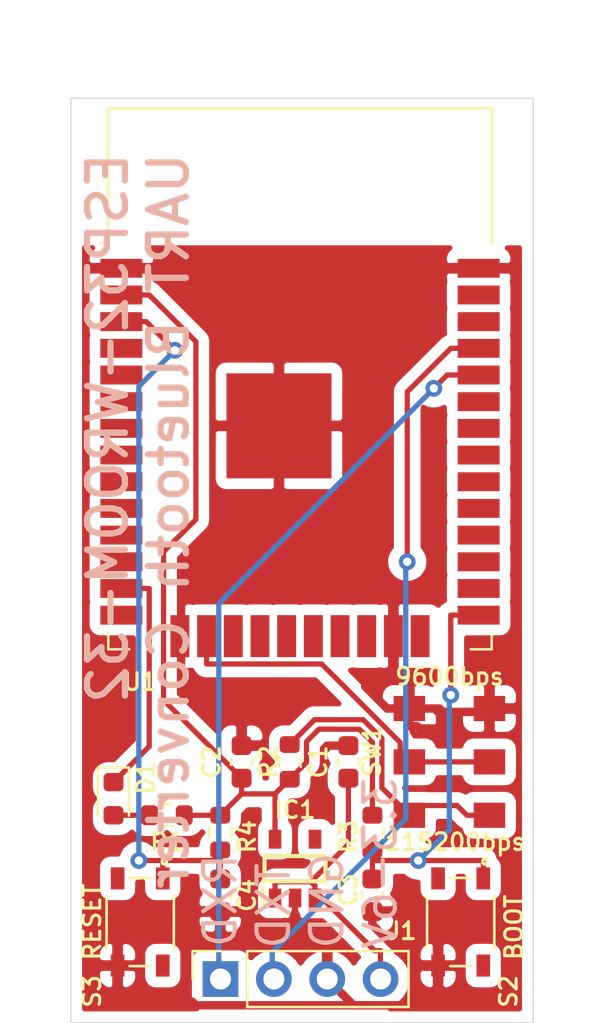
<source format=kicad_pcb>
(kicad_pcb (version 20171130) (host pcbnew "(5.1.7)-1")

  (general
    (thickness 1.6)
    (drawings 18)
    (tracks 113)
    (zones 0)
    (modules 15)
    (nets 44)
  )

  (page A4)
  (layers
    (0 F.Cu signal)
    (31 B.Cu signal)
    (32 B.Adhes user)
    (33 F.Adhes user)
    (34 B.Paste user)
    (35 F.Paste user)
    (36 B.SilkS user)
    (37 F.SilkS user)
    (38 B.Mask user hide)
    (39 F.Mask user)
    (40 Dwgs.User user hide)
    (41 Cmts.User user hide)
    (42 Eco1.User user hide)
    (43 Eco2.User user hide)
    (44 Edge.Cuts user)
    (45 Margin user)
    (46 B.CrtYd user)
    (47 F.CrtYd user)
  )

  (setup
    (last_trace_width 0.25)
    (trace_clearance 0.2)
    (zone_clearance 0.508)
    (zone_45_only no)
    (trace_min 0.2)
    (via_size 0.8)
    (via_drill 0.4)
    (via_min_size 0.4)
    (via_min_drill 0.3)
    (uvia_size 0.3)
    (uvia_drill 0.1)
    (uvias_allowed no)
    (uvia_min_size 0.2)
    (uvia_min_drill 0.1)
    (edge_width 0.05)
    (segment_width 0.2)
    (pcb_text_width 0.3)
    (pcb_text_size 1.5 1.5)
    (mod_edge_width 0.12)
    (mod_text_size 1 1)
    (mod_text_width 0.15)
    (pad_size 1.2 1.5)
    (pad_drill 0)
    (pad_to_mask_clearance 0)
    (aux_axis_origin 105 101)
    (visible_elements 7FFCFFFF)
    (pcbplotparams
      (layerselection 0x010f0_ffffffff)
      (usegerberextensions true)
      (usegerberattributes true)
      (usegerberadvancedattributes true)
      (creategerberjobfile false)
      (excludeedgelayer true)
      (linewidth 0.100000)
      (plotframeref false)
      (viasonmask false)
      (mode 1)
      (useauxorigin false)
      (hpglpennumber 1)
      (hpglpenspeed 20)
      (hpglpendiameter 15.000000)
      (psnegative false)
      (psa4output false)
      (plotreference true)
      (plotvalue true)
      (plotinvisibletext false)
      (padsonsilk false)
      (subtractmaskfromsilk false)
      (outputformat 1)
      (mirror false)
      (drillshape 0)
      (scaleselection 1)
      (outputdirectory "../../pcb/"))
  )

  (net 0 "")
  (net 1 GND)
  (net 2 +5V)
  (net 3 +3V3)
  (net 4 BOOT)
  (net 5 RESET)
  (net 6 "Net-(D1-Pad2)")
  (net 7 LED)
  (net 8 "Net-(IC1-Pad4)")
  (net 9 TXD)
  (net 10 RXD)
  (net 11 "Net-(R2-Pad2)")
  (net 12 "Net-(S2-Pad2)")
  (net 13 "Net-(S2-Pad3)")
  (net 14 "Net-(S3-Pad2)")
  (net 15 "Net-(S3-Pad3)")
  (net 16 MODE)
  (net 17 "Net-(U1-Pad37)")
  (net 18 "Net-(U1-Pad36)")
  (net 19 "Net-(U1-Pad33)")
  (net 20 "Net-(U1-Pad32)")
  (net 21 "Net-(U1-Pad31)")
  (net 22 "Net-(U1-Pad30)")
  (net 23 "Net-(U1-Pad29)")
  (net 24 "Net-(U1-Pad28)")
  (net 25 "Net-(U1-Pad27)")
  (net 26 "Net-(U1-Pad26)")
  (net 27 "Net-(U1-Pad24)")
  (net 28 "Net-(U1-Pad22)")
  (net 29 "Net-(U1-Pad21)")
  (net 30 "Net-(U1-Pad20)")
  (net 31 "Net-(U1-Pad19)")
  (net 32 "Net-(U1-Pad18)")
  (net 33 "Net-(U1-Pad17)")
  (net 34 "Net-(U1-Pad14)")
  (net 35 "Net-(U1-Pad12)")
  (net 36 "Net-(U1-Pad11)")
  (net 37 "Net-(U1-Pad10)")
  (net 38 "Net-(U1-Pad9)")
  (net 39 "Net-(U1-Pad8)")
  (net 40 "Net-(U1-Pad7)")
  (net 41 "Net-(U1-Pad6)")
  (net 42 "Net-(U1-Pad5)")
  (net 43 "Net-(U1-Pad4)")

  (net_class Default "This is the default net class."
    (clearance 0.2)
    (trace_width 0.25)
    (via_dia 0.8)
    (via_drill 0.4)
    (uvia_dia 0.3)
    (uvia_drill 0.1)
    (add_net +3V3)
    (add_net +5V)
    (add_net BOOT)
    (add_net LED)
    (add_net MODE)
    (add_net "Net-(D1-Pad2)")
    (add_net "Net-(IC1-Pad4)")
    (add_net "Net-(R2-Pad2)")
    (add_net "Net-(S2-Pad2)")
    (add_net "Net-(S2-Pad3)")
    (add_net "Net-(S3-Pad2)")
    (add_net "Net-(S3-Pad3)")
    (add_net "Net-(U1-Pad10)")
    (add_net "Net-(U1-Pad11)")
    (add_net "Net-(U1-Pad12)")
    (add_net "Net-(U1-Pad14)")
    (add_net "Net-(U1-Pad17)")
    (add_net "Net-(U1-Pad18)")
    (add_net "Net-(U1-Pad19)")
    (add_net "Net-(U1-Pad20)")
    (add_net "Net-(U1-Pad21)")
    (add_net "Net-(U1-Pad22)")
    (add_net "Net-(U1-Pad24)")
    (add_net "Net-(U1-Pad26)")
    (add_net "Net-(U1-Pad27)")
    (add_net "Net-(U1-Pad28)")
    (add_net "Net-(U1-Pad29)")
    (add_net "Net-(U1-Pad30)")
    (add_net "Net-(U1-Pad31)")
    (add_net "Net-(U1-Pad32)")
    (add_net "Net-(U1-Pad33)")
    (add_net "Net-(U1-Pad36)")
    (add_net "Net-(U1-Pad37)")
    (add_net "Net-(U1-Pad4)")
    (add_net "Net-(U1-Pad5)")
    (add_net "Net-(U1-Pad6)")
    (add_net "Net-(U1-Pad7)")
    (add_net "Net-(U1-Pad8)")
    (add_net "Net-(U1-Pad9)")
    (add_net RESET)
    (add_net RXD)
    (add_net TXD)
  )

  (net_class GND ""
    (clearance 0.2)
    (trace_width 0.4)
    (via_dia 0.8)
    (via_drill 0.4)
    (uvia_dia 0.3)
    (uvia_drill 0.1)
    (add_net GND)
  )

  (module Connector_PinSocket_2.54mm:PinSocket_1x04_P2.54mm_Vertical (layer F.Cu) (tedit 5A19A429) (tstamp 5F8E0F07)
    (at 112.12 98.925 90)
    (descr "Through hole straight socket strip, 1x04, 2.54mm pitch, single row (from Kicad 4.0.7), script generated")
    (tags "Through hole socket strip THT 1x04 2.54mm single row")
    (path /5F87AD2C)
    (fp_text reference J1 (at 2.286 8.636 180) (layer F.SilkS)
      (effects (font (size 0.8 0.8) (thickness 0.15)))
    )
    (fp_text value UART (at 0 10.39 90) (layer F.Fab)
      (effects (font (size 1 1) (thickness 0.15)))
    )
    (fp_line (start -1.27 -1.27) (end 0.635 -1.27) (layer F.Fab) (width 0.1))
    (fp_line (start 0.635 -1.27) (end 1.27 -0.635) (layer F.Fab) (width 0.1))
    (fp_line (start 1.27 -0.635) (end 1.27 8.89) (layer F.Fab) (width 0.1))
    (fp_line (start 1.27 8.89) (end -1.27 8.89) (layer F.Fab) (width 0.1))
    (fp_line (start -1.27 8.89) (end -1.27 -1.27) (layer F.Fab) (width 0.1))
    (fp_line (start -1.33 1.27) (end 1.33 1.27) (layer F.SilkS) (width 0.12))
    (fp_line (start -1.33 1.27) (end -1.33 8.95) (layer F.SilkS) (width 0.12))
    (fp_line (start -1.33 8.95) (end 1.33 8.95) (layer F.SilkS) (width 0.12))
    (fp_line (start 1.33 1.27) (end 1.33 8.95) (layer F.SilkS) (width 0.12))
    (fp_line (start 1.33 -1.33) (end 1.33 0) (layer F.SilkS) (width 0.12))
    (fp_line (start 0 -1.33) (end 1.33 -1.33) (layer F.SilkS) (width 0.12))
    (fp_line (start -1.8 -1.8) (end 1.75 -1.8) (layer F.CrtYd) (width 0.05))
    (fp_line (start 1.75 -1.8) (end 1.75 9.4) (layer F.CrtYd) (width 0.05))
    (fp_line (start 1.75 9.4) (end -1.8 9.4) (layer F.CrtYd) (width 0.05))
    (fp_line (start -1.8 9.4) (end -1.8 -1.8) (layer F.CrtYd) (width 0.05))
    (fp_text user %R (at 0 3.81) (layer F.Fab)
      (effects (font (size 1 1) (thickness 0.15)))
    )
    (pad 4 thru_hole oval (at 0 7.62 90) (size 1.7 1.7) (drill 1) (layers *.Cu *.Mask)
      (net 2 +5V))
    (pad 3 thru_hole oval (at 0 5.08 90) (size 1.7 1.7) (drill 1) (layers *.Cu *.Mask)
      (net 1 GND))
    (pad 2 thru_hole oval (at 0 2.54 90) (size 1.7 1.7) (drill 1) (layers *.Cu *.Mask)
      (net 9 TXD))
    (pad 1 thru_hole rect (at 0 0 90) (size 1.7 1.7) (drill 1) (layers *.Cu *.Mask)
      (net 10 RXD))
    (model ${KISYS3DMOD}/Connector_PinSocket_2.54mm.3dshapes/PinSocket_1x04_P2.54mm_Vertical.wrl
      (at (xyz 0 0 0))
      (scale (xyz 1 1 1))
      (rotate (xyz 0 0 0))
    )
  )

  (module RF_Module:ESP32-WROOM-32 (layer F.Cu) (tedit 5B5B4654) (tstamp 5F8E0FF0)
    (at 115.904 73.35)
    (descr "Single 2.4 GHz Wi-Fi and Bluetooth combo chip https://www.espressif.com/sites/default/files/documentation/esp32-wroom-32_datasheet_en.pdf")
    (tags "Single 2.4 GHz Wi-Fi and Bluetooth combo  chip")
    (path /5F871AD3)
    (attr smd)
    (fp_text reference U1 (at -7.604 11.43 180) (layer F.SilkS)
      (effects (font (size 0.8 0.8) (thickness 0.15)))
    )
    (fp_text value ESP32-WROOM-32 (at -0.111 11.2776) (layer F.Fab)
      (effects (font (size 1 1) (thickness 0.15)))
    )
    (fp_line (start -14 -9.97) (end -14 -20.75) (layer Dwgs.User) (width 0.1))
    (fp_line (start 9 9.76) (end 9 -15.745) (layer F.Fab) (width 0.1))
    (fp_line (start -9 9.76) (end 9 9.76) (layer F.Fab) (width 0.1))
    (fp_line (start -9 -15.745) (end -9 -10.02) (layer F.Fab) (width 0.1))
    (fp_line (start -9 -15.745) (end 9 -15.745) (layer F.Fab) (width 0.1))
    (fp_line (start -9.75 10.5) (end -9.75 -9.72) (layer F.CrtYd) (width 0.05))
    (fp_line (start -9.75 10.5) (end 9.75 10.5) (layer F.CrtYd) (width 0.05))
    (fp_line (start 9.75 -9.72) (end 9.75 10.5) (layer F.CrtYd) (width 0.05))
    (fp_line (start -14.25 -21) (end 14.25 -21) (layer F.CrtYd) (width 0.05))
    (fp_line (start -9 -9.02) (end -9 9.76) (layer F.Fab) (width 0.1))
    (fp_line (start -8.5 -9.52) (end -9 -10.02) (layer F.Fab) (width 0.1))
    (fp_line (start -9 -9.02) (end -8.5 -9.52) (layer F.Fab) (width 0.1))
    (fp_line (start 14 -9.97) (end -14 -9.97) (layer Dwgs.User) (width 0.1))
    (fp_line (start 14 -9.97) (end 14 -20.75) (layer Dwgs.User) (width 0.1))
    (fp_line (start 14 -20.75) (end -14 -20.75) (layer Dwgs.User) (width 0.1))
    (fp_line (start -14.25 -21) (end -14.25 -9.72) (layer F.CrtYd) (width 0.05))
    (fp_line (start 14.25 -21) (end 14.25 -9.72) (layer F.CrtYd) (width 0.05))
    (fp_line (start -14.25 -9.72) (end -9.75 -9.72) (layer F.CrtYd) (width 0.05))
    (fp_line (start 9.75 -9.72) (end 14.25 -9.72) (layer F.CrtYd) (width 0.05))
    (fp_line (start -12.525 -20.75) (end -14 -19.66) (layer Dwgs.User) (width 0.1))
    (fp_line (start -10.525 -20.75) (end -14 -18.045) (layer Dwgs.User) (width 0.1))
    (fp_line (start -8.525 -20.75) (end -14 -16.43) (layer Dwgs.User) (width 0.1))
    (fp_line (start -6.525 -20.75) (end -14 -14.815) (layer Dwgs.User) (width 0.1))
    (fp_line (start -4.525 -20.75) (end -14 -13.2) (layer Dwgs.User) (width 0.1))
    (fp_line (start -2.525 -20.75) (end -14 -11.585) (layer Dwgs.User) (width 0.1))
    (fp_line (start -0.525 -20.75) (end -14 -9.97) (layer Dwgs.User) (width 0.1))
    (fp_line (start 1.475 -20.75) (end -12 -9.97) (layer Dwgs.User) (width 0.1))
    (fp_line (start 3.475 -20.75) (end -10 -9.97) (layer Dwgs.User) (width 0.1))
    (fp_line (start -8 -9.97) (end 5.475 -20.75) (layer Dwgs.User) (width 0.1))
    (fp_line (start 7.475 -20.75) (end -6 -9.97) (layer Dwgs.User) (width 0.1))
    (fp_line (start 9.475 -20.75) (end -4 -9.97) (layer Dwgs.User) (width 0.1))
    (fp_line (start 11.475 -20.75) (end -2 -9.97) (layer Dwgs.User) (width 0.1))
    (fp_line (start 13.475 -20.75) (end 0 -9.97) (layer Dwgs.User) (width 0.1))
    (fp_line (start 14 -19.66) (end 2 -9.97) (layer Dwgs.User) (width 0.1))
    (fp_line (start 14 -18.045) (end 4 -9.97) (layer Dwgs.User) (width 0.1))
    (fp_line (start 14 -16.43) (end 6 -9.97) (layer Dwgs.User) (width 0.1))
    (fp_line (start 14 -14.815) (end 8 -9.97) (layer Dwgs.User) (width 0.1))
    (fp_line (start 14 -13.2) (end 10 -9.97) (layer Dwgs.User) (width 0.1))
    (fp_line (start 14 -11.585) (end 12 -9.97) (layer Dwgs.User) (width 0.1))
    (fp_line (start 9.2 -13.875) (end 13.8 -13.875) (layer Cmts.User) (width 0.1))
    (fp_line (start 13.8 -13.875) (end 13.6 -14.075) (layer Cmts.User) (width 0.1))
    (fp_line (start 13.8 -13.875) (end 13.6 -13.675) (layer Cmts.User) (width 0.1))
    (fp_line (start 9.2 -13.875) (end 9.4 -14.075) (layer Cmts.User) (width 0.1))
    (fp_line (start 9.2 -13.875) (end 9.4 -13.675) (layer Cmts.User) (width 0.1))
    (fp_line (start -13.8 -13.875) (end -13.6 -14.075) (layer Cmts.User) (width 0.1))
    (fp_line (start -13.8 -13.875) (end -13.6 -13.675) (layer Cmts.User) (width 0.1))
    (fp_line (start -9.2 -13.875) (end -9.4 -13.675) (layer Cmts.User) (width 0.1))
    (fp_line (start -13.8 -13.875) (end -9.2 -13.875) (layer Cmts.User) (width 0.1))
    (fp_line (start -9.2 -13.875) (end -9.4 -14.075) (layer Cmts.User) (width 0.1))
    (fp_line (start 8.4 -16) (end 8.2 -16.2) (layer Cmts.User) (width 0.1))
    (fp_line (start 8.4 -16) (end 8.6 -16.2) (layer Cmts.User) (width 0.1))
    (fp_line (start 8.4 -20.6) (end 8.6 -20.4) (layer Cmts.User) (width 0.1))
    (fp_line (start 8.4 -16) (end 8.4 -20.6) (layer Cmts.User) (width 0.1))
    (fp_line (start 8.4 -20.6) (end 8.2 -20.4) (layer Cmts.User) (width 0.1))
    (fp_line (start -9.12 9.1) (end -9.12 9.88) (layer F.SilkS) (width 0.12))
    (fp_line (start -9.12 9.88) (end -8.12 9.88) (layer F.SilkS) (width 0.12))
    (fp_line (start 9.12 9.1) (end 9.12 9.88) (layer F.SilkS) (width 0.12))
    (fp_line (start 9.12 9.88) (end 8.12 9.88) (layer F.SilkS) (width 0.12))
    (fp_line (start -9.12 -15.865) (end 9.12 -15.865) (layer F.SilkS) (width 0.12))
    (fp_line (start 9.12 -15.865) (end 9.12 -9.445) (layer F.SilkS) (width 0.12))
    (fp_line (start -9.12 -15.865) (end -9.12 -9.445) (layer F.SilkS) (width 0.12))
    (fp_line (start -9.12 -9.445) (end -9.5 -9.445) (layer F.SilkS) (width 0.12))
    (fp_text user "5 mm" (at 7.8 -19.075 90) (layer Cmts.User)
      (effects (font (size 0.5 0.5) (thickness 0.1)))
    )
    (fp_text user "5 mm" (at -11.2 -14.375) (layer Cmts.User)
      (effects (font (size 0.5 0.5) (thickness 0.1)))
    )
    (fp_text user "5 mm" (at 11.8 -14.375) (layer Cmts.User)
      (effects (font (size 0.5 0.5) (thickness 0.1)))
    )
    (fp_text user Antenna (at 0 -13) (layer Cmts.User)
      (effects (font (size 1 1) (thickness 0.15)))
    )
    (fp_text user "KEEP-OUT ZONE" (at 0 -19) (layer Cmts.User)
      (effects (font (size 1 1) (thickness 0.15)))
    )
    (fp_text user %R (at 0 0) (layer F.Fab)
      (effects (font (size 1 1) (thickness 0.15)))
    )
    (pad 38 smd rect (at 8.5 -8.255) (size 2 0.9) (layers F.Cu F.Paste F.Mask)
      (net 1 GND))
    (pad 37 smd rect (at 8.5 -6.985) (size 2 0.9) (layers F.Cu F.Paste F.Mask)
      (net 17 "Net-(U1-Pad37)"))
    (pad 36 smd rect (at 8.5 -5.715) (size 2 0.9) (layers F.Cu F.Paste F.Mask)
      (net 18 "Net-(U1-Pad36)"))
    (pad 35 smd rect (at 8.5 -4.445) (size 2 0.9) (layers F.Cu F.Paste F.Mask)
      (net 9 TXD))
    (pad 34 smd rect (at 8.5 -3.175) (size 2 0.9) (layers F.Cu F.Paste F.Mask)
      (net 10 RXD))
    (pad 33 smd rect (at 8.5 -1.905) (size 2 0.9) (layers F.Cu F.Paste F.Mask)
      (net 19 "Net-(U1-Pad33)"))
    (pad 32 smd rect (at 8.5 -0.635) (size 2 0.9) (layers F.Cu F.Paste F.Mask)
      (net 20 "Net-(U1-Pad32)"))
    (pad 31 smd rect (at 8.5 0.635) (size 2 0.9) (layers F.Cu F.Paste F.Mask)
      (net 21 "Net-(U1-Pad31)"))
    (pad 30 smd rect (at 8.5 1.905) (size 2 0.9) (layers F.Cu F.Paste F.Mask)
      (net 22 "Net-(U1-Pad30)"))
    (pad 29 smd rect (at 8.5 3.175) (size 2 0.9) (layers F.Cu F.Paste F.Mask)
      (net 23 "Net-(U1-Pad29)"))
    (pad 28 smd rect (at 8.5 4.445) (size 2 0.9) (layers F.Cu F.Paste F.Mask)
      (net 24 "Net-(U1-Pad28)"))
    (pad 27 smd rect (at 8.5 5.715) (size 2 0.9) (layers F.Cu F.Paste F.Mask)
      (net 25 "Net-(U1-Pad27)"))
    (pad 26 smd rect (at 8.5 6.985) (size 2 0.9) (layers F.Cu F.Paste F.Mask)
      (net 26 "Net-(U1-Pad26)"))
    (pad 25 smd rect (at 8.5 8.255) (size 2 0.9) (layers F.Cu F.Paste F.Mask)
      (net 4 BOOT))
    (pad 24 smd rect (at 5.715 9.255 90) (size 2 0.9) (layers F.Cu F.Paste F.Mask)
      (net 27 "Net-(U1-Pad24)"))
    (pad 23 smd rect (at 4.445 9.255 90) (size 2 0.9) (layers F.Cu F.Paste F.Mask)
      (net 1 GND))
    (pad 22 smd rect (at 3.175 9.255 90) (size 2 0.9) (layers F.Cu F.Paste F.Mask)
      (net 28 "Net-(U1-Pad22)"))
    (pad 21 smd rect (at 1.905 9.255 90) (size 2 0.9) (layers F.Cu F.Paste F.Mask)
      (net 29 "Net-(U1-Pad21)"))
    (pad 20 smd rect (at 0.635 9.255 90) (size 2 0.9) (layers F.Cu F.Paste F.Mask)
      (net 30 "Net-(U1-Pad20)"))
    (pad 19 smd rect (at -0.635 9.255 90) (size 2 0.9) (layers F.Cu F.Paste F.Mask)
      (net 31 "Net-(U1-Pad19)"))
    (pad 18 smd rect (at -1.905 9.255 90) (size 2 0.9) (layers F.Cu F.Paste F.Mask)
      (net 32 "Net-(U1-Pad18)"))
    (pad 17 smd rect (at -3.175 9.255 90) (size 2 0.9) (layers F.Cu F.Paste F.Mask)
      (net 33 "Net-(U1-Pad17)"))
    (pad 16 smd rect (at -4.445 9.255 90) (size 2 0.9) (layers F.Cu F.Paste F.Mask)
      (net 16 MODE))
    (pad 15 smd rect (at -5.715 9.255 90) (size 2 0.9) (layers F.Cu F.Paste F.Mask)
      (net 1 GND))
    (pad 14 smd rect (at -8.5 8.255) (size 2 0.9) (layers F.Cu F.Paste F.Mask)
      (net 34 "Net-(U1-Pad14)"))
    (pad 13 smd rect (at -8.5 6.985) (size 2 0.9) (layers F.Cu F.Paste F.Mask)
      (net 7 LED))
    (pad 12 smd rect (at -8.5 5.715) (size 2 0.9) (layers F.Cu F.Paste F.Mask)
      (net 35 "Net-(U1-Pad12)"))
    (pad 11 smd rect (at -8.5 4.445) (size 2 0.9) (layers F.Cu F.Paste F.Mask)
      (net 36 "Net-(U1-Pad11)"))
    (pad 10 smd rect (at -8.5 3.175) (size 2 0.9) (layers F.Cu F.Paste F.Mask)
      (net 37 "Net-(U1-Pad10)"))
    (pad 9 smd rect (at -8.5 1.905) (size 2 0.9) (layers F.Cu F.Paste F.Mask)
      (net 38 "Net-(U1-Pad9)"))
    (pad 8 smd rect (at -8.5 0.635) (size 2 0.9) (layers F.Cu F.Paste F.Mask)
      (net 39 "Net-(U1-Pad8)"))
    (pad 7 smd rect (at -8.5 -0.635) (size 2 0.9) (layers F.Cu F.Paste F.Mask)
      (net 40 "Net-(U1-Pad7)"))
    (pad 6 smd rect (at -8.5 -1.905) (size 2 0.9) (layers F.Cu F.Paste F.Mask)
      (net 41 "Net-(U1-Pad6)"))
    (pad 5 smd rect (at -8.5 -3.175) (size 2 0.9) (layers F.Cu F.Paste F.Mask)
      (net 42 "Net-(U1-Pad5)"))
    (pad 4 smd rect (at -8.5 -4.445) (size 2 0.9) (layers F.Cu F.Paste F.Mask)
      (net 43 "Net-(U1-Pad4)"))
    (pad 3 smd rect (at -8.5 -5.715) (size 2 0.9) (layers F.Cu F.Paste F.Mask)
      (net 5 RESET))
    (pad 2 smd rect (at -8.5 -6.985) (size 2 0.9) (layers F.Cu F.Paste F.Mask)
      (net 3 +3V3))
    (pad 1 smd rect (at -8.5 -8.255) (size 2 0.9) (layers F.Cu F.Paste F.Mask)
      (net 1 GND))
    (pad 39 smd rect (at -1 -0.755) (size 5 5) (layers F.Cu F.Paste F.Mask)
      (net 1 GND))
    (model ${KISYS3DMOD}/RF_Module.3dshapes/ESP32-WROOM-32.wrl
      (at (xyz 0 0 0))
      (scale (xyz 1 1 1))
      (rotate (xyz 0 0 0))
    )
  )

  (module LED_SMD:LED_0603_1608Metric (layer F.Cu) (tedit 5F68FEF1) (tstamp 5F8E0ED7)
    (at 107.03 90.3425 270)
    (descr "LED SMD 0603 (1608 Metric), square (rectangular) end terminal, IPC_7351 nominal, (Body size source: http://www.tortai-tech.com/upload/download/2011102023233369053.pdf), generated with kicad-footprint-generator")
    (tags LED)
    (path /5F8B8B46)
    (attr smd)
    (fp_text reference D1 (at -0.9905 -1.524 90) (layer F.SilkS)
      (effects (font (size 0.8 0.8) (thickness 0.15)))
    )
    (fp_text value OSR50603C1E (at 0 1.43 90) (layer F.Fab)
      (effects (font (size 1 1) (thickness 0.15)))
    )
    (fp_line (start 0.8 -0.4) (end -0.5 -0.4) (layer F.Fab) (width 0.1))
    (fp_line (start -0.5 -0.4) (end -0.8 -0.1) (layer F.Fab) (width 0.1))
    (fp_line (start -0.8 -0.1) (end -0.8 0.4) (layer F.Fab) (width 0.1))
    (fp_line (start -0.8 0.4) (end 0.8 0.4) (layer F.Fab) (width 0.1))
    (fp_line (start 0.8 0.4) (end 0.8 -0.4) (layer F.Fab) (width 0.1))
    (fp_line (start 0.8 -0.735) (end -1.485 -0.735) (layer F.SilkS) (width 0.12))
    (fp_line (start -1.485 -0.735) (end -1.485 0.735) (layer F.SilkS) (width 0.12))
    (fp_line (start -1.485 0.735) (end 0.8 0.735) (layer F.SilkS) (width 0.12))
    (fp_line (start -1.48 0.73) (end -1.48 -0.73) (layer F.CrtYd) (width 0.05))
    (fp_line (start -1.48 -0.73) (end 1.48 -0.73) (layer F.CrtYd) (width 0.05))
    (fp_line (start 1.48 -0.73) (end 1.48 0.73) (layer F.CrtYd) (width 0.05))
    (fp_line (start 1.48 0.73) (end -1.48 0.73) (layer F.CrtYd) (width 0.05))
    (fp_text user %R (at 0 0 90) (layer F.Fab)
      (effects (font (size 0.4 0.4) (thickness 0.06)))
    )
    (pad 2 smd roundrect (at 0.7875 0 270) (size 0.875 0.95) (layers F.Cu F.Paste F.Mask) (roundrect_rratio 0.25)
      (net 6 "Net-(D1-Pad2)"))
    (pad 1 smd roundrect (at -0.7875 0 270) (size 0.875 0.95) (layers F.Cu F.Paste F.Mask) (roundrect_rratio 0.25)
      (net 7 LED))
    (model ${KISYS3DMOD}/LED_SMD.3dshapes/LED_0603_1608Metric.wrl
      (at (xyz 0 0 0))
      (scale (xyz 1 1 1))
      (rotate (xyz 0 0 0))
    )
  )

  (module SSSS213202:SSSS213202 (layer F.Cu) (tedit 5F8D9EFB) (tstamp 5F8E5614)
    (at 118.568 88.59 90)
    (path /5F933EEF)
    (fp_text reference SW1 (at 0.508 0.762 90) (layer F.SilkS)
      (effects (font (size 0.8 0.8) (thickness 0.15)))
    )
    (fp_text value SSSS213202 (at 0 -0.5 90) (layer F.Fab)
      (effects (font (size 1 1) (thickness 0.15)))
    )
    (pad 3 smd rect (at 2.54 6.35 90) (size 1.2 1.5) (layers F.Cu F.Paste F.Mask)
      (net 1 GND))
    (pad 3 smd rect (at 2.54 2.54 90) (size 1.2 1.5) (layers F.Cu F.Paste F.Mask)
      (net 1 GND))
    (pad 2 smd rect (at 0 2.54 90) (size 1.2 1.5) (layers F.Cu F.Paste F.Mask)
      (net 16 MODE))
    (pad 2 smd rect (at 0 6.35 90) (size 1.2 1.5) (layers F.Cu F.Paste F.Mask)
      (net 16 MODE))
    (pad 1 smd rect (at -2.54 6.35 90) (size 1.2 1.5) (layers F.Cu F.Paste F.Mask)
      (net 11 "Net-(R2-Pad2)"))
    (pad 1 smd rect (at -2.54 2.54 90) (size 1.2 1.5) (layers F.Cu F.Paste F.Mask)
      (net 11 "Net-(R2-Pad2)"))
  )

  (module SKRPACE010:SW_SKRPACE010 (layer F.Cu) (tedit 5F89B971) (tstamp 5F8E0F77)
    (at 108.3 96.21 270)
    (path /5F89BCE7)
    (fp_text reference S3 (at 3.302 2.286 90) (layer F.SilkS)
      (effects (font (size 0.8 0.8) (thickness 0.15)))
    )
    (fp_text value SKRPACE010 (at 5.311715 2.568255 90) (layer F.Fab)
      (effects (font (size 1.001268 1.001268) (thickness 0.015)))
    )
    (fp_line (start 2.1 1.6) (end -2.1 1.6) (layer F.Fab) (width 0.1524))
    (fp_line (start -2.1 1.6) (end -2.1 -1.6) (layer F.Fab) (width 0.1524))
    (fp_line (start -2.1 -1.6) (end 2.1 -1.6) (layer F.Fab) (width 0.1524))
    (fp_line (start 2.1 -1.6) (end 2.1 1.6) (layer F.Fab) (width 0.1524))
    (fp_line (start -1.25 -1.6) (end 1.25 -1.6) (layer F.SilkS) (width 0.127))
    (fp_line (start 2.1 -0.5) (end 2.1 0.5) (layer F.SilkS) (width 0.127))
    (fp_line (start -1.25 1.6) (end 1.25 1.6) (layer F.SilkS) (width 0.127))
    (fp_line (start -2.1 -0.5) (end -2.1 0.5) (layer F.SilkS) (width 0.127))
    (fp_circle (center -2.9 -1.15) (end -2.788197 -1.15) (layer F.SilkS) (width 0.127))
    (fp_circle (center -2.85 -1.15) (end -2.8 -1.15) (layer F.SilkS) (width 0.127))
    (fp_line (start -2.85 -1.85) (end 2.85 -1.85) (layer F.CrtYd) (width 0.05))
    (fp_line (start 2.85 -1.85) (end 2.85 1.85) (layer F.CrtYd) (width 0.05))
    (fp_line (start 2.85 1.85) (end -2.85 1.85) (layer F.CrtYd) (width 0.05))
    (fp_line (start -2.85 1.85) (end -2.85 -1.85) (layer F.CrtYd) (width 0.05))
    (pad 4 smd rect (at 2.075 1.075 270) (size 1.05 0.65) (layers F.Cu F.Paste F.Mask)
      (net 1 GND))
    (pad 2 smd rect (at 2.075 -1.075 270) (size 1.05 0.65) (layers F.Cu F.Paste F.Mask)
      (net 14 "Net-(S3-Pad2)"))
    (pad 3 smd rect (at -2.075 1.075 270) (size 1.05 0.65) (layers F.Cu F.Paste F.Mask)
      (net 15 "Net-(S3-Pad3)"))
    (pad 1 smd rect (at -2.075 -1.075 270) (size 1.05 0.65) (layers F.Cu F.Paste F.Mask)
      (net 5 RESET))
  )

  (module SKRPACE010:SW_SKRPACE010 (layer F.Cu) (tedit 5F89B971) (tstamp 5F8E0F61)
    (at 123.55 96.21 270)
    (path /5F92BA1B)
    (fp_text reference S2 (at 3.302 -2.276 90) (layer F.SilkS)
      (effects (font (size 0.8 0.8) (thickness 0.15)))
    )
    (fp_text value SKRPACE010 (at 5.311715 2.568255 90) (layer F.Fab)
      (effects (font (size 1.001268 1.001268) (thickness 0.015)))
    )
    (fp_line (start 2.1 1.6) (end -2.1 1.6) (layer F.Fab) (width 0.1524))
    (fp_line (start -2.1 1.6) (end -2.1 -1.6) (layer F.Fab) (width 0.1524))
    (fp_line (start -2.1 -1.6) (end 2.1 -1.6) (layer F.Fab) (width 0.1524))
    (fp_line (start 2.1 -1.6) (end 2.1 1.6) (layer F.Fab) (width 0.1524))
    (fp_line (start -1.25 -1.6) (end 1.25 -1.6) (layer F.SilkS) (width 0.127))
    (fp_line (start 2.1 -0.5) (end 2.1 0.5) (layer F.SilkS) (width 0.127))
    (fp_line (start -1.25 1.6) (end 1.25 1.6) (layer F.SilkS) (width 0.127))
    (fp_line (start -2.1 -0.5) (end -2.1 0.5) (layer F.SilkS) (width 0.127))
    (fp_circle (center -2.9 -1.15) (end -2.788197 -1.15) (layer F.SilkS) (width 0.127))
    (fp_circle (center -2.85 -1.15) (end -2.8 -1.15) (layer F.SilkS) (width 0.127))
    (fp_line (start -2.85 -1.85) (end 2.85 -1.85) (layer F.CrtYd) (width 0.05))
    (fp_line (start 2.85 -1.85) (end 2.85 1.85) (layer F.CrtYd) (width 0.05))
    (fp_line (start 2.85 1.85) (end -2.85 1.85) (layer F.CrtYd) (width 0.05))
    (fp_line (start -2.85 1.85) (end -2.85 -1.85) (layer F.CrtYd) (width 0.05))
    (pad 4 smd rect (at 2.075 1.075 270) (size 1.05 0.65) (layers F.Cu F.Paste F.Mask)
      (net 1 GND))
    (pad 2 smd rect (at 2.075 -1.075 270) (size 1.05 0.65) (layers F.Cu F.Paste F.Mask)
      (net 12 "Net-(S2-Pad2)"))
    (pad 3 smd rect (at -2.075 1.075 270) (size 1.05 0.65) (layers F.Cu F.Paste F.Mask)
      (net 13 "Net-(S2-Pad3)"))
    (pad 1 smd rect (at -2.075 -1.075 270) (size 1.05 0.65) (layers F.Cu F.Paste F.Mask)
      (net 4 BOOT))
  )

  (module Resistor_SMD:R_0603_1608Metric (layer F.Cu) (tedit 5F68FEEE) (tstamp 5F8E0F4B)
    (at 112.11 91.955 270)
    (descr "Resistor SMD 0603 (1608 Metric), square (rectangular) end terminal, IPC_7351 nominal, (Body size source: IPC-SM-782 page 72, https://www.pcb-3d.com/wordpress/wp-content/uploads/ipc-sm-782a_amendment_1_and_2.pdf), generated with kicad-footprint-generator")
    (tags resistor)
    (path /5F8E03D9)
    (attr smd)
    (fp_text reference R4 (at 0.191 -1.27 90) (layer F.SilkS)
      (effects (font (size 0.8 0.8) (thickness 0.15)))
    )
    (fp_text value 10k (at 0 1.43 90) (layer F.Fab)
      (effects (font (size 1 1) (thickness 0.15)))
    )
    (fp_line (start -0.8 0.4125) (end -0.8 -0.4125) (layer F.Fab) (width 0.1))
    (fp_line (start -0.8 -0.4125) (end 0.8 -0.4125) (layer F.Fab) (width 0.1))
    (fp_line (start 0.8 -0.4125) (end 0.8 0.4125) (layer F.Fab) (width 0.1))
    (fp_line (start 0.8 0.4125) (end -0.8 0.4125) (layer F.Fab) (width 0.1))
    (fp_line (start -0.237258 -0.5225) (end 0.237258 -0.5225) (layer F.SilkS) (width 0.12))
    (fp_line (start -0.237258 0.5225) (end 0.237258 0.5225) (layer F.SilkS) (width 0.12))
    (fp_line (start -1.48 0.73) (end -1.48 -0.73) (layer F.CrtYd) (width 0.05))
    (fp_line (start -1.48 -0.73) (end 1.48 -0.73) (layer F.CrtYd) (width 0.05))
    (fp_line (start 1.48 -0.73) (end 1.48 0.73) (layer F.CrtYd) (width 0.05))
    (fp_line (start 1.48 0.73) (end -1.48 0.73) (layer F.CrtYd) (width 0.05))
    (fp_text user %R (at 0 0 90) (layer F.Fab)
      (effects (font (size 0.4 0.4) (thickness 0.06)))
    )
    (pad 2 smd roundrect (at 0.825 0 270) (size 0.8 0.95) (layers F.Cu F.Paste F.Mask) (roundrect_rratio 0.25)
      (net 5 RESET))
    (pad 1 smd roundrect (at -0.825 0 270) (size 0.8 0.95) (layers F.Cu F.Paste F.Mask) (roundrect_rratio 0.25)
      (net 3 +3V3))
    (model ${KISYS3DMOD}/Resistor_SMD.3dshapes/R_0603_1608Metric.wrl
      (at (xyz 0 0 0))
      (scale (xyz 1 1 1))
      (rotate (xyz 0 0 0))
    )
  )

  (module Resistor_SMD:R_0603_1608Metric (layer F.Cu) (tedit 5F68FEEE) (tstamp 5F8E0F3A)
    (at 119.35 91.955 270)
    (descr "Resistor SMD 0603 (1608 Metric), square (rectangular) end terminal, IPC_7351 nominal, (Body size source: IPC-SM-782 page 72, https://www.pcb-3d.com/wordpress/wp-content/uploads/ipc-sm-782a_amendment_1_and_2.pdf), generated with kicad-footprint-generator")
    (tags resistor)
    (path /5F92BA29)
    (attr smd)
    (fp_text reference R3 (at 0.191 1.144 90) (layer F.SilkS)
      (effects (font (size 0.8 0.8) (thickness 0.15)))
    )
    (fp_text value 10k (at 0 1.43 90) (layer F.Fab)
      (effects (font (size 1 1) (thickness 0.15)))
    )
    (fp_line (start -0.8 0.4125) (end -0.8 -0.4125) (layer F.Fab) (width 0.1))
    (fp_line (start -0.8 -0.4125) (end 0.8 -0.4125) (layer F.Fab) (width 0.1))
    (fp_line (start 0.8 -0.4125) (end 0.8 0.4125) (layer F.Fab) (width 0.1))
    (fp_line (start 0.8 0.4125) (end -0.8 0.4125) (layer F.Fab) (width 0.1))
    (fp_line (start -0.237258 -0.5225) (end 0.237258 -0.5225) (layer F.SilkS) (width 0.12))
    (fp_line (start -0.237258 0.5225) (end 0.237258 0.5225) (layer F.SilkS) (width 0.12))
    (fp_line (start -1.48 0.73) (end -1.48 -0.73) (layer F.CrtYd) (width 0.05))
    (fp_line (start -1.48 -0.73) (end 1.48 -0.73) (layer F.CrtYd) (width 0.05))
    (fp_line (start 1.48 -0.73) (end 1.48 0.73) (layer F.CrtYd) (width 0.05))
    (fp_line (start 1.48 0.73) (end -1.48 0.73) (layer F.CrtYd) (width 0.05))
    (fp_text user %R (at 0 0 90) (layer F.Fab)
      (effects (font (size 0.4 0.4) (thickness 0.06)))
    )
    (pad 2 smd roundrect (at 0.825 0 270) (size 0.8 0.95) (layers F.Cu F.Paste F.Mask) (roundrect_rratio 0.25)
      (net 4 BOOT))
    (pad 1 smd roundrect (at -0.825 0 270) (size 0.8 0.95) (layers F.Cu F.Paste F.Mask) (roundrect_rratio 0.25)
      (net 3 +3V3))
    (model ${KISYS3DMOD}/Resistor_SMD.3dshapes/R_0603_1608Metric.wrl
      (at (xyz 0 0 0))
      (scale (xyz 1 1 1))
      (rotate (xyz 0 0 0))
    )
  )

  (module Resistor_SMD:R_0603_1608Metric (layer F.Cu) (tedit 5F68FEEE) (tstamp 5F8E0F29)
    (at 115.412 88.59 90)
    (descr "Resistor SMD 0603 (1608 Metric), square (rectangular) end terminal, IPC_7351 nominal, (Body size source: IPC-SM-782 page 72, https://www.pcb-3d.com/wordpress/wp-content/uploads/ipc-sm-782a_amendment_1_and_2.pdf), generated with kicad-footprint-generator")
    (tags resistor)
    (path /5F93F655)
    (attr smd)
    (fp_text reference R2 (at 0 -1.016 90) (layer F.SilkS)
      (effects (font (size 0.8 0.8) (thickness 0.15)))
    )
    (fp_text value 10k (at 0 1.43 90) (layer F.Fab)
      (effects (font (size 1 1) (thickness 0.15)))
    )
    (fp_line (start -0.8 0.4125) (end -0.8 -0.4125) (layer F.Fab) (width 0.1))
    (fp_line (start -0.8 -0.4125) (end 0.8 -0.4125) (layer F.Fab) (width 0.1))
    (fp_line (start 0.8 -0.4125) (end 0.8 0.4125) (layer F.Fab) (width 0.1))
    (fp_line (start 0.8 0.4125) (end -0.8 0.4125) (layer F.Fab) (width 0.1))
    (fp_line (start -0.237258 -0.5225) (end 0.237258 -0.5225) (layer F.SilkS) (width 0.12))
    (fp_line (start -0.237258 0.5225) (end 0.237258 0.5225) (layer F.SilkS) (width 0.12))
    (fp_line (start -1.48 0.73) (end -1.48 -0.73) (layer F.CrtYd) (width 0.05))
    (fp_line (start -1.48 -0.73) (end 1.48 -0.73) (layer F.CrtYd) (width 0.05))
    (fp_line (start 1.48 -0.73) (end 1.48 0.73) (layer F.CrtYd) (width 0.05))
    (fp_line (start 1.48 0.73) (end -1.48 0.73) (layer F.CrtYd) (width 0.05))
    (fp_text user %R (at 0 0 90) (layer F.Fab)
      (effects (font (size 0.4 0.4) (thickness 0.06)))
    )
    (pad 2 smd roundrect (at 0.825 0 90) (size 0.8 0.95) (layers F.Cu F.Paste F.Mask) (roundrect_rratio 0.25)
      (net 11 "Net-(R2-Pad2)"))
    (pad 1 smd roundrect (at -0.825 0 90) (size 0.8 0.95) (layers F.Cu F.Paste F.Mask) (roundrect_rratio 0.25)
      (net 3 +3V3))
    (model ${KISYS3DMOD}/Resistor_SMD.3dshapes/R_0603_1608Metric.wrl
      (at (xyz 0 0 0))
      (scale (xyz 1 1 1))
      (rotate (xyz 0 0 0))
    )
  )

  (module Resistor_SMD:R_0603_1608Metric (layer F.Cu) (tedit 5F68FEEE) (tstamp 5F8E0F18)
    (at 109.57 91.13)
    (descr "Resistor SMD 0603 (1608 Metric), square (rectangular) end terminal, IPC_7351 nominal, (Body size source: IPC-SM-782 page 72, https://www.pcb-3d.com/wordpress/wp-content/uploads/ipc-sm-782a_amendment_1_and_2.pdf), generated with kicad-footprint-generator")
    (tags resistor)
    (path /5F8B7CB5)
    (attr smd)
    (fp_text reference R1 (at 0 1.27) (layer F.SilkS)
      (effects (font (size 0.8 0.8) (thickness 0.15)))
    )
    (fp_text value 100 (at 0 1.43) (layer F.Fab)
      (effects (font (size 1 1) (thickness 0.15)))
    )
    (fp_line (start -0.8 0.4125) (end -0.8 -0.4125) (layer F.Fab) (width 0.1))
    (fp_line (start -0.8 -0.4125) (end 0.8 -0.4125) (layer F.Fab) (width 0.1))
    (fp_line (start 0.8 -0.4125) (end 0.8 0.4125) (layer F.Fab) (width 0.1))
    (fp_line (start 0.8 0.4125) (end -0.8 0.4125) (layer F.Fab) (width 0.1))
    (fp_line (start -0.237258 -0.5225) (end 0.237258 -0.5225) (layer F.SilkS) (width 0.12))
    (fp_line (start -0.237258 0.5225) (end 0.237258 0.5225) (layer F.SilkS) (width 0.12))
    (fp_line (start -1.48 0.73) (end -1.48 -0.73) (layer F.CrtYd) (width 0.05))
    (fp_line (start -1.48 -0.73) (end 1.48 -0.73) (layer F.CrtYd) (width 0.05))
    (fp_line (start 1.48 -0.73) (end 1.48 0.73) (layer F.CrtYd) (width 0.05))
    (fp_line (start 1.48 0.73) (end -1.48 0.73) (layer F.CrtYd) (width 0.05))
    (fp_text user %R (at 0 0) (layer F.Fab)
      (effects (font (size 0.4 0.4) (thickness 0.06)))
    )
    (pad 2 smd roundrect (at 0.825 0) (size 0.8 0.95) (layers F.Cu F.Paste F.Mask) (roundrect_rratio 0.25)
      (net 3 +3V3))
    (pad 1 smd roundrect (at -0.825 0) (size 0.8 0.95) (layers F.Cu F.Paste F.Mask) (roundrect_rratio 0.25)
      (net 6 "Net-(D1-Pad2)"))
    (model ${KISYS3DMOD}/Resistor_SMD.3dshapes/R_0603_1608Metric.wrl
      (at (xyz 0 0 0))
      (scale (xyz 1 1 1))
      (rotate (xyz 0 0 0))
    )
  )

  (module NJM12888F33-TE1:SOT95P280X130-5N (layer F.Cu) (tedit 0) (tstamp 5F8E0EEF)
    (at 115.666 93.67 90)
    (descr "SOT-23-5 (MTP-5) (1)")
    (tags "Integrated Circuit")
    (path /5F8DACE8)
    (attr smd)
    (fp_text reference IC1 (at 2.794 0 180) (layer F.SilkS)
      (effects (font (size 0.8 0.8) (thickness 0.15)))
    )
    (fp_text value NJM12888F33-TE1 (at -13.716 23.876 90 unlocked) (layer F.SilkS) hide
      (effects (font (size 1.27 1.27) (thickness 0.254)))
    )
    (fp_line (start -2.1 -1.8) (end 2.1 -1.8) (layer F.CrtYd) (width 0.05))
    (fp_line (start 2.1 -1.8) (end 2.1 1.8) (layer F.CrtYd) (width 0.05))
    (fp_line (start 2.1 1.8) (end -2.1 1.8) (layer F.CrtYd) (width 0.05))
    (fp_line (start -2.1 1.8) (end -2.1 -1.8) (layer F.CrtYd) (width 0.05))
    (fp_line (start -0.825 -1.45) (end 0.825 -1.45) (layer F.Fab) (width 0.1))
    (fp_line (start 0.825 -1.45) (end 0.825 1.45) (layer F.Fab) (width 0.1))
    (fp_line (start 0.825 1.45) (end -0.825 1.45) (layer F.Fab) (width 0.1))
    (fp_line (start -0.825 1.45) (end -0.825 -1.45) (layer F.Fab) (width 0.1))
    (fp_line (start -0.825 -0.5) (end 0.125 -1.45) (layer F.Fab) (width 0.1))
    (fp_line (start -0.6 -1.45) (end 0.6 -1.45) (layer F.SilkS) (width 0.2))
    (fp_line (start 0.6 -1.45) (end 0.6 1.45) (layer F.SilkS) (width 0.2))
    (fp_line (start 0.6 1.45) (end -0.6 1.45) (layer F.SilkS) (width 0.2))
    (fp_line (start -0.6 1.45) (end -0.6 -1.45) (layer F.SilkS) (width 0.2))
    (fp_line (start -1.85 -1.5) (end -0.95 -1.5) (layer F.SilkS) (width 0.2))
    (fp_text user %R (at 0 0 90) (layer F.Fab)
      (effects (font (size 1.27 1.27) (thickness 0.254)))
    )
    (pad 5 smd rect (at 1.4 -0.95 180) (size 0.6 0.9) (layers F.Cu F.Paste F.Mask)
      (net 3 +3V3))
    (pad 4 smd rect (at 1.4 0.95 180) (size 0.6 0.9) (layers F.Cu F.Paste F.Mask)
      (net 8 "Net-(IC1-Pad4)"))
    (pad 3 smd rect (at -1.4 0.95 180) (size 0.6 0.9) (layers F.Cu F.Paste F.Mask)
      (net 2 +5V))
    (pad 2 smd rect (at -1.4 0 180) (size 0.6 0.9) (layers F.Cu F.Paste F.Mask)
      (net 1 GND))
    (pad 1 smd rect (at -1.4 -0.95 180) (size 0.6 0.9) (layers F.Cu F.Paste F.Mask)
      (net 2 +5V))
    (model NJM12888F33-TE1.stp
      (at (xyz 0 0 0))
      (scale (xyz 1 1 1))
      (rotate (xyz 0 0 0))
    )
  )

  (module Capacitor_SMD:C_0603_1608Metric (layer F.Cu) (tedit 5F68FEEE) (tstamp 5F8E0EC4)
    (at 112.11 94.94 270)
    (descr "Capacitor SMD 0603 (1608 Metric), square (rectangular) end terminal, IPC_7351 nominal, (Body size source: IPC-SM-782 page 76, https://www.pcb-3d.com/wordpress/wp-content/uploads/ipc-sm-782a_amendment_1_and_2.pdf), generated with kicad-footprint-generator")
    (tags capacitor)
    (path /5F904B9A)
    (attr smd)
    (fp_text reference C4 (at 0 -1.27 90) (layer F.SilkS)
      (effects (font (size 0.8 0.8) (thickness 0.15)))
    )
    (fp_text value 0.1u (at 0 1.43 90) (layer F.Fab)
      (effects (font (size 1 1) (thickness 0.15)))
    )
    (fp_line (start -0.8 0.4) (end -0.8 -0.4) (layer F.Fab) (width 0.1))
    (fp_line (start -0.8 -0.4) (end 0.8 -0.4) (layer F.Fab) (width 0.1))
    (fp_line (start 0.8 -0.4) (end 0.8 0.4) (layer F.Fab) (width 0.1))
    (fp_line (start 0.8 0.4) (end -0.8 0.4) (layer F.Fab) (width 0.1))
    (fp_line (start -0.14058 -0.51) (end 0.14058 -0.51) (layer F.SilkS) (width 0.12))
    (fp_line (start -0.14058 0.51) (end 0.14058 0.51) (layer F.SilkS) (width 0.12))
    (fp_line (start -1.48 0.73) (end -1.48 -0.73) (layer F.CrtYd) (width 0.05))
    (fp_line (start -1.48 -0.73) (end 1.48 -0.73) (layer F.CrtYd) (width 0.05))
    (fp_line (start 1.48 -0.73) (end 1.48 0.73) (layer F.CrtYd) (width 0.05))
    (fp_line (start 1.48 0.73) (end -1.48 0.73) (layer F.CrtYd) (width 0.05))
    (fp_text user %R (at 0 0 90) (layer F.Fab)
      (effects (font (size 0.4 0.4) (thickness 0.06)))
    )
    (pad 2 smd roundrect (at 0.775 0 270) (size 0.9 0.95) (layers F.Cu F.Paste F.Mask) (roundrect_rratio 0.25)
      (net 1 GND))
    (pad 1 smd roundrect (at -0.775 0 270) (size 0.9 0.95) (layers F.Cu F.Paste F.Mask) (roundrect_rratio 0.25)
      (net 5 RESET))
    (model ${KISYS3DMOD}/Capacitor_SMD.3dshapes/C_0603_1608Metric.wrl
      (at (xyz 0 0 0))
      (scale (xyz 1 1 1))
      (rotate (xyz 0 0 0))
    )
  )

  (module Capacitor_SMD:C_0603_1608Metric (layer F.Cu) (tedit 5F68FEEE) (tstamp 5F8E0EB3)
    (at 119.35 94.94 270)
    (descr "Capacitor SMD 0603 (1608 Metric), square (rectangular) end terminal, IPC_7351 nominal, (Body size source: IPC-SM-782 page 76, https://www.pcb-3d.com/wordpress/wp-content/uploads/ipc-sm-782a_amendment_1_and_2.pdf), generated with kicad-footprint-generator")
    (tags capacitor)
    (path /5F92BA3E)
    (attr smd)
    (fp_text reference C3 (at -0.254 1.144 90) (layer F.SilkS)
      (effects (font (size 0.8 0.8) (thickness 0.15)))
    )
    (fp_text value "0.1u(NC)" (at 0 1.43 90) (layer F.Fab)
      (effects (font (size 1 1) (thickness 0.15)))
    )
    (fp_line (start -0.8 0.4) (end -0.8 -0.4) (layer F.Fab) (width 0.1))
    (fp_line (start -0.8 -0.4) (end 0.8 -0.4) (layer F.Fab) (width 0.1))
    (fp_line (start 0.8 -0.4) (end 0.8 0.4) (layer F.Fab) (width 0.1))
    (fp_line (start 0.8 0.4) (end -0.8 0.4) (layer F.Fab) (width 0.1))
    (fp_line (start -0.14058 -0.51) (end 0.14058 -0.51) (layer F.SilkS) (width 0.12))
    (fp_line (start -0.14058 0.51) (end 0.14058 0.51) (layer F.SilkS) (width 0.12))
    (fp_line (start -1.48 0.73) (end -1.48 -0.73) (layer F.CrtYd) (width 0.05))
    (fp_line (start -1.48 -0.73) (end 1.48 -0.73) (layer F.CrtYd) (width 0.05))
    (fp_line (start 1.48 -0.73) (end 1.48 0.73) (layer F.CrtYd) (width 0.05))
    (fp_line (start 1.48 0.73) (end -1.48 0.73) (layer F.CrtYd) (width 0.05))
    (fp_text user %R (at 0 0 90) (layer F.Fab)
      (effects (font (size 0.4 0.4) (thickness 0.06)))
    )
    (pad 2 smd roundrect (at 0.775 0 270) (size 0.9 0.95) (layers F.Cu F.Paste F.Mask) (roundrect_rratio 0.25)
      (net 1 GND))
    (pad 1 smd roundrect (at -0.775 0 270) (size 0.9 0.95) (layers F.Cu F.Paste F.Mask) (roundrect_rratio 0.25)
      (net 4 BOOT))
    (model ${KISYS3DMOD}/Capacitor_SMD.3dshapes/C_0603_1608Metric.wrl
      (at (xyz 0 0 0))
      (scale (xyz 1 1 1))
      (rotate (xyz 0 0 0))
    )
  )

  (module Capacitor_SMD:C_0603_1608Metric (layer F.Cu) (tedit 5F68FEEE) (tstamp 5F8E0EA2)
    (at 113.126 88.59 90)
    (descr "Capacitor SMD 0603 (1608 Metric), square (rectangular) end terminal, IPC_7351 nominal, (Body size source: IPC-SM-782 page 76, https://www.pcb-3d.com/wordpress/wp-content/uploads/ipc-sm-782a_amendment_1_and_2.pdf), generated with kicad-footprint-generator")
    (tags capacitor)
    (path /5F884FCB)
    (attr smd)
    (fp_text reference C2 (at 0 -1.43 90) (layer F.SilkS)
      (effects (font (size 0.8 0.8) (thickness 0.15)))
    )
    (fp_text value 1u (at 0 1.43 90) (layer F.Fab)
      (effects (font (size 1 1) (thickness 0.15)))
    )
    (fp_line (start -0.8 0.4) (end -0.8 -0.4) (layer F.Fab) (width 0.1))
    (fp_line (start -0.8 -0.4) (end 0.8 -0.4) (layer F.Fab) (width 0.1))
    (fp_line (start 0.8 -0.4) (end 0.8 0.4) (layer F.Fab) (width 0.1))
    (fp_line (start 0.8 0.4) (end -0.8 0.4) (layer F.Fab) (width 0.1))
    (fp_line (start -0.14058 -0.51) (end 0.14058 -0.51) (layer F.SilkS) (width 0.12))
    (fp_line (start -0.14058 0.51) (end 0.14058 0.51) (layer F.SilkS) (width 0.12))
    (fp_line (start -1.48 0.73) (end -1.48 -0.73) (layer F.CrtYd) (width 0.05))
    (fp_line (start -1.48 -0.73) (end 1.48 -0.73) (layer F.CrtYd) (width 0.05))
    (fp_line (start 1.48 -0.73) (end 1.48 0.73) (layer F.CrtYd) (width 0.05))
    (fp_line (start 1.48 0.73) (end -1.48 0.73) (layer F.CrtYd) (width 0.05))
    (fp_text user %R (at 0 0 90) (layer F.Fab)
      (effects (font (size 0.4 0.4) (thickness 0.06)))
    )
    (pad 2 smd roundrect (at 0.775 0 90) (size 0.9 0.95) (layers F.Cu F.Paste F.Mask) (roundrect_rratio 0.25)
      (net 1 GND))
    (pad 1 smd roundrect (at -0.775 0 90) (size 0.9 0.95) (layers F.Cu F.Paste F.Mask) (roundrect_rratio 0.25)
      (net 3 +3V3))
    (model ${KISYS3DMOD}/Capacitor_SMD.3dshapes/C_0603_1608Metric.wrl
      (at (xyz 0 0 0))
      (scale (xyz 1 1 1))
      (rotate (xyz 0 0 0))
    )
  )

  (module Capacitor_SMD:C_0603_1608Metric (layer F.Cu) (tedit 5F68FEEE) (tstamp 5F8E0E91)
    (at 118.206 88.59 90)
    (descr "Capacitor SMD 0603 (1608 Metric), square (rectangular) end terminal, IPC_7351 nominal, (Body size source: IPC-SM-782 page 76, https://www.pcb-3d.com/wordpress/wp-content/uploads/ipc-sm-782a_amendment_1_and_2.pdf), generated with kicad-footprint-generator")
    (tags capacitor)
    (path /5F87DB42)
    (attr smd)
    (fp_text reference C1 (at 0 -1.43 90) (layer F.SilkS)
      (effects (font (size 0.8 0.8) (thickness 0.15)))
    )
    (fp_text value 0.1u (at 0 1.43 90) (layer F.Fab)
      (effects (font (size 1 1) (thickness 0.15)))
    )
    (fp_line (start 1.48 0.73) (end -1.48 0.73) (layer F.CrtYd) (width 0.05))
    (fp_line (start 1.48 -0.73) (end 1.48 0.73) (layer F.CrtYd) (width 0.05))
    (fp_line (start -1.48 -0.73) (end 1.48 -0.73) (layer F.CrtYd) (width 0.05))
    (fp_line (start -1.48 0.73) (end -1.48 -0.73) (layer F.CrtYd) (width 0.05))
    (fp_line (start -0.14058 0.51) (end 0.14058 0.51) (layer F.SilkS) (width 0.12))
    (fp_line (start -0.14058 -0.51) (end 0.14058 -0.51) (layer F.SilkS) (width 0.12))
    (fp_line (start 0.8 0.4) (end -0.8 0.4) (layer F.Fab) (width 0.1))
    (fp_line (start 0.8 -0.4) (end 0.8 0.4) (layer F.Fab) (width 0.1))
    (fp_line (start -0.8 -0.4) (end 0.8 -0.4) (layer F.Fab) (width 0.1))
    (fp_line (start -0.8 0.4) (end -0.8 -0.4) (layer F.Fab) (width 0.1))
    (fp_text user %R (at 0 0 90) (layer F.Fab)
      (effects (font (size 0.4 0.4) (thickness 0.06)))
    )
    (pad 1 smd roundrect (at -0.775 0 90) (size 0.9 0.95) (layers F.Cu F.Paste F.Mask) (roundrect_rratio 0.25)
      (net 2 +5V))
    (pad 2 smd roundrect (at 0.775 0 90) (size 0.9 0.95) (layers F.Cu F.Paste F.Mask) (roundrect_rratio 0.25)
      (net 1 GND))
    (model ${KISYS3DMOD}/Capacitor_SMD.3dshapes/C_0603_1608Metric.wrl
      (at (xyz 0 0 0))
      (scale (xyz 1 1 1))
      (rotate (xyz 0 0 0))
    )
  )

  (gr_line (start 105 57) (end 105 57.4) (layer Edge.Cuts) (width 0.05) (tstamp 5F8EAF5A))
  (gr_line (start 127 57) (end 105 57) (layer Edge.Cuts) (width 0.05))
  (gr_line (start 127 57.4) (end 127 57) (layer Edge.Cuts) (width 0.05))
  (gr_line (start 105 57.4) (end 105 58) (layer Edge.Cuts) (width 0.05) (tstamp 5F8EA7A3))
  (gr_line (start 127 57.6) (end 127 57.4) (layer Edge.Cuts) (width 0.05))
  (gr_line (start 127 58) (end 127 57.6) (layer Edge.Cuts) (width 0.05))
  (gr_line (start 127 101) (end 127 58) (layer Edge.Cuts) (width 0.05))
  (gr_line (start 105 101) (end 127 101) (layer Edge.Cuts) (width 0.05))
  (gr_line (start 105 58) (end 105 101) (layer Edge.Cuts) (width 0.05))
  (gr_text "ESP32-WROOM-32\nUART Bluetooth Converter" (at 108.204 59.436 90) (layer B.SilkS)
    (effects (font (size 1.8 1.8) (thickness 0.3)) (justify left mirror))
  )
  (gr_text 115200bps (at 123.286 92.4) (layer F.SilkS)
    (effects (font (size 0.8 0.8) (thickness 0.15)))
  )
  (gr_text 9600bps (at 123.02 84.526) (layer F.SilkS)
    (effects (font (size 0.8 0.8) (thickness 0.15)))
  )
  (gr_text RXD (at 112.11 95.194 90) (layer B.SilkS)
    (effects (font (size 1.5 1.5) (thickness 0.2)) (justify mirror))
  )
  (gr_text TXD (at 114.65 95.448 90) (layer B.SilkS)
    (effects (font (size 1.5 1.5) (thickness 0.2)) (justify mirror))
  )
  (gr_text GND (at 117.19 95.194 90) (layer B.SilkS)
    (effects (font (size 1.5 1.5) (thickness 0.2)) (justify mirror))
  )
  (gr_text 3.3-6V (at 119.73 93.416 90) (layer B.SilkS)
    (effects (font (size 1.5 1.5) (thickness 0.2)) (justify mirror))
  )
  (gr_text BOOT (at 126.08 96.464 90) (layer F.SilkS)
    (effects (font (size 0.8 0.8) (thickness 0.15)))
  )
  (gr_text RESET (at 106.014 96.21 90) (layer F.SilkS)
    (effects (font (size 0.8 0.8) (thickness 0.15)))
  )

  (segment (start 118.206 87.815) (end 118.125 87.815) (width 0.4) (layer F.Cu) (net 1))
  (segment (start 118.206 87.815) (end 117.185 87.815) (width 0.4) (layer F.Cu) (net 1))
  (segment (start 118.450001 100.175001) (end 120.824999 100.175001) (width 0.4) (layer F.Cu) (net 1))
  (segment (start 117.2 98.925) (end 118.450001 100.175001) (width 0.4) (layer F.Cu) (net 1))
  (segment (start 110.949999 100.175001) (end 110.774998 100) (width 0.4) (layer F.Cu) (net 1))
  (segment (start 120.824999 100.175001) (end 110.949999 100.175001) (width 0.4) (layer F.Cu) (net 1))
  (segment (start 121.108 86.05) (end 121.108 86.892) (width 0.4) (layer F.Cu) (net 1))
  (segment (start 121.480002 86.892) (end 121.588002 87) (width 0.4) (layer F.Cu) (net 1))
  (segment (start 121.108 86.892) (end 121.480002 86.892) (width 0.4) (layer F.Cu) (net 1))
  (segment (start 121.588002 87) (end 122 87) (width 0.4) (layer F.Cu) (net 1))
  (segment (start 122 87) (end 123 87) (width 0.4) (layer F.Cu) (net 1))
  (segment (start 122.534998 86.05) (end 123 86.515002) (width 0.4) (layer F.Cu) (net 1))
  (segment (start 124.758299 86.209701) (end 124.918 86.05) (width 0.4) (layer F.Cu) (net 1))
  (segment (start 122.694699 86.209701) (end 124.758299 86.209701) (width 0.4) (layer F.Cu) (net 1))
  (segment (start 122.534998 86.05) (end 122.694699 86.209701) (width 0.4) (layer F.Cu) (net 1))
  (segment (start 121.108 86.05) (end 122.534998 86.05) (width 0.4) (layer F.Cu) (net 1))
  (segment (start 121.108 86.05) (end 120.05 86.05) (width 0.4) (layer F.Cu) (net 1))
  (segment (start 120.05 86.05) (end 119 85) (width 0.4) (layer F.Cu) (net 1))
  (segment (start 119.35 95.715) (end 119.35 96.35) (width 0.4) (layer F.Cu) (net 1))
  (segment (start 121.285 98.285) (end 122.475 98.285) (width 0.4) (layer F.Cu) (net 1))
  (segment (start 119.35 96.35) (end 121.285 98.285) (width 0.4) (layer F.Cu) (net 1))
  (segment (start 116.4222 94.2947) (end 114.716 94.2947) (width 0.25) (layer F.Cu) (net 2))
  (segment (start 116.616 94.5854) (end 116.616 94.4885) (width 0.25) (layer F.Cu) (net 2))
  (segment (start 116.616 94.4885) (end 116.4222 94.2947) (width 0.25) (layer F.Cu) (net 2))
  (segment (start 116.4222 94.2947) (end 118.206 92.5109) (width 0.25) (layer F.Cu) (net 2))
  (segment (start 118.206 92.5109) (end 118.206 89.365) (width 0.25) (layer F.Cu) (net 2))
  (segment (start 114.716 95.07) (end 114.716 94.2947) (width 0.25) (layer F.Cu) (net 2))
  (segment (start 116.616 94.6823) (end 116.616 94.5854) (width 0.25) (layer F.Cu) (net 2))
  (segment (start 119.73 98.75) (end 119.73 97.5747) (width 0.25) (layer F.Cu) (net 2))
  (segment (start 116.616 94.7419) (end 119.4488 97.5747) (width 0.25) (layer F.Cu) (net 2))
  (segment (start 119.4488 97.5747) (end 119.73 97.5747) (width 0.25) (layer F.Cu) (net 2))
  (segment (start 116.616 95.07) (end 116.616 94.7419) (width 0.25) (layer F.Cu) (net 2))
  (segment (start 116.616 94.6823) (end 116.616 94.7419) (width 0.25) (layer F.Cu) (net 2))
  (segment (start 114.716 90.114) (end 114.716 90.111) (width 0.25) (layer F.Cu) (net 3))
  (segment (start 114.716 90.111) (end 115.412 89.415) (width 0.25) (layer F.Cu) (net 3))
  (segment (start 114.716 91.6073) (end 114.716 90.114) (width 0.25) (layer F.Cu) (net 3))
  (segment (start 113.126 90.114) (end 114.716 90.114) (width 0.25) (layer F.Cu) (net 3))
  (segment (start 114.716 92.27) (end 114.716 91.6073) (width 0.25) (layer F.Cu) (net 3))
  (segment (start 113.126 89.365) (end 113.126 90.114) (width 0.25) (layer F.Cu) (net 3))
  (segment (start 113.126 90.114) (end 112.11 91.13) (width 0.25) (layer F.Cu) (net 3))
  (segment (start 109.4137 67.0494) (end 108.7293 66.365) (width 0.25) (layer F.Cu) (net 3))
  (segment (start 107.404 66.365) (end 108.7293 66.365) (width 0.25) (layer F.Cu) (net 3))
  (segment (start 115.412 89.415) (end 115.412 89.3197) (width 0.25) (layer F.Cu) (net 3))
  (segment (start 112.11 91.13) (end 110.395 91.13) (width 0.25) (layer F.Cu) (net 3))
  (segment (start 116.21201 88.61499) (end 115.412 89.415) (width 0.25) (layer F.Cu) (net 3))
  (segment (start 116.21201 87.62799) (end 116.21201 88.61499) (width 0.25) (layer F.Cu) (net 3))
  (segment (start 117.56111 87.03111) (end 116.80889 87.03111) (width 0.25) (layer F.Cu) (net 3))
  (segment (start 116.80889 87.03111) (end 116.21201 87.62799) (width 0.25) (layer F.Cu) (net 3))
  (segment (start 117.5651 87.0351) (end 117.56111 87.03111) (width 0.25) (layer F.Cu) (net 3))
  (segment (start 118.726 87.0351) (end 117.5651 87.0351) (width 0.25) (layer F.Cu) (net 3))
  (segment (start 119.35 87.6591) (end 118.726 87.0351) (width 0.25) (layer F.Cu) (net 3))
  (segment (start 119.35 91.13) (end 119.35 87.6591) (width 0.25) (layer F.Cu) (net 3))
  (segment (start 110.95 68.5857) (end 108.7293 66.365) (width 0.25) (layer F.Cu) (net 3))
  (segment (start 110.95 77.05) (end 110.95 68.5857) (width 0.25) (layer F.Cu) (net 3))
  (segment (start 109.4137 78.5863) (end 110.95 77.05) (width 0.25) (layer F.Cu) (net 3))
  (segment (start 109.4137 85.6527) (end 109.4137 78.5863) (width 0.25) (layer F.Cu) (net 3))
  (segment (start 113.126 89.365) (end 109.4137 85.6527) (width 0.25) (layer F.Cu) (net 3))
  (segment (start 123.0087 85.4897) (end 123.0087 91.8197) (width 0.25) (layer B.Cu) (net 4))
  (segment (start 123.0087 91.8197) (end 121.4637 93.3647) (width 0.25) (layer B.Cu) (net 4))
  (segment (start 121.5337 93.2847) (end 124.625 93.2847) (width 0.25) (layer F.Cu) (net 4))
  (segment (start 119.35 93.2847) (end 121.5337 93.2847) (width 0.25) (layer F.Cu) (net 4))
  (segment (start 123.0787 85.4097) (end 123.0787 81.605) (width 0.25) (layer F.Cu) (net 4))
  (segment (start 124.404 81.605) (end 123.0787 81.605) (width 0.25) (layer F.Cu) (net 4))
  (segment (start 119.35 93.2847) (end 119.35 92.78) (width 0.25) (layer F.Cu) (net 4))
  (segment (start 119.35 94.165) (end 119.35 93.2847) (width 0.25) (layer F.Cu) (net 4))
  (segment (start 124.625 94.135) (end 124.625 93.2847) (width 0.25) (layer F.Cu) (net 4))
  (via (at 123.0787 85.4097) (size 0.8) (layers F.Cu B.Cu) (net 4))
  (via (at 121.5337 93.2847) (size 0.8) (layers F.Cu B.Cu) (net 4))
  (segment (start 112.11 93.2847) (end 112.11 92.78) (width 0.25) (layer F.Cu) (net 5))
  (segment (start 112.11 94.165) (end 112.11 93.2847) (width 0.25) (layer F.Cu) (net 5))
  (segment (start 109.375 93.2847) (end 112.11 93.2847) (width 0.25) (layer F.Cu) (net 5))
  (segment (start 109.375 94.135) (end 109.375 93.2847) (width 0.25) (layer F.Cu) (net 5))
  (segment (start 109.375 93.2847) (end 108.2347 93.2847) (width 0.25) (layer F.Cu) (net 5))
  (segment (start 108.2347 93.2847) (end 108.2347 93.2847) (width 0.25) (layer F.Cu) (net 5) (tstamp 5F8EB12F))
  (via (at 108.2347 93.2847) (size 0.8) (drill 0.4) (layers F.Cu B.Cu) (net 5))
  (segment (start 108.2347 93.2847) (end 108.2347 70.7153) (width 0.25) (layer B.Cu) (net 5))
  (segment (start 108.2347 70.7153) (end 109.95 69) (width 0.25) (layer B.Cu) (net 5))
  (segment (start 109.95 69) (end 109.95 69) (width 0.25) (layer B.Cu) (net 5) (tstamp 5F8EB1EF))
  (via (at 109.95 69) (size 0.8) (drill 0.4) (layers F.Cu B.Cu) (net 5))
  (segment (start 108.585 67.635) (end 107.404 67.635) (width 0.25) (layer F.Cu) (net 5))
  (segment (start 109.95 69) (end 108.585 67.635) (width 0.25) (layer F.Cu) (net 5))
  (segment (start 108.745 91.13) (end 107.03 91.13) (width 0.25) (layer F.Cu) (net 6))
  (segment (start 107.404 80.335) (end 108.7293 80.335) (width 0.25) (layer F.Cu) (net 7))
  (segment (start 107.03 89.555) (end 108.7293 87.8557) (width 0.25) (layer F.Cu) (net 7))
  (segment (start 108.7293 87.8557) (end 108.7293 80.335) (width 0.25) (layer F.Cu) (net 7))
  (segment (start 120.9365 79.1446) (end 120.9365 91.2982) (width 0.25) (layer B.Cu) (net 9))
  (segment (start 120.9365 91.2982) (end 114.58 97.6547) (width 0.25) (layer B.Cu) (net 9))
  (segment (start 114.58 98.83) (end 114.58 97.6547) (width 0.25) (layer B.Cu) (net 9))
  (segment (start 124.404 68.905) (end 123.0787 68.905) (width 0.25) (layer F.Cu) (net 9))
  (segment (start 121.0065 79.0646) (end 121.0065 70.9772) (width 0.25) (layer F.Cu) (net 9))
  (segment (start 121.0065 70.9772) (end 123.0787 68.905) (width 0.25) (layer F.Cu) (net 9))
  (via (at 121.0065 79.0646) (size 0.8) (layers F.Cu B.Cu) (net 9))
  (segment (start 112.04 98.83) (end 112.04 81.05) (width 0.25) (layer B.Cu) (net 10))
  (segment (start 112.04 81.05) (end 122.2 70.89) (width 0.25) (layer B.Cu) (net 10))
  (segment (start 122.2 70.89) (end 122.2 70.89) (width 0.25) (layer B.Cu) (net 10) (tstamp 5F8E9D80))
  (via (at 122.27 70.81) (size 0.8) (drill 0.4) (layers F.Cu B.Cu) (net 10))
  (segment (start 122.905 70.175) (end 124.404 70.175) (width 0.25) (layer F.Cu) (net 10))
  (segment (start 122.27 70.81) (end 122.905 70.175) (width 0.25) (layer F.Cu) (net 10))
  (segment (start 124.918 91.13) (end 123.8427 91.13) (width 0.25) (layer F.Cu) (net 11))
  (segment (start 121.108 90.6673) (end 123.38 90.6673) (width 0.25) (layer F.Cu) (net 11))
  (segment (start 123.38 90.6673) (end 123.8427 91.13) (width 0.25) (layer F.Cu) (net 11))
  (segment (start 121.508 91.13) (end 121.508 90.6673) (width 0.25) (layer F.Cu) (net 11))
  (segment (start 115.412 87.765) (end 116.5959 86.5811) (width 0.25) (layer F.Cu) (net 11))
  (segment (start 116.5959 86.5811) (end 118.9089 86.5811) (width 0.25) (layer F.Cu) (net 11))
  (segment (start 119.80001 89.82201) (end 121.108 91.13) (width 0.25) (layer F.Cu) (net 11))
  (segment (start 119.80001 87.47221) (end 119.80001 89.82201) (width 0.25) (layer F.Cu) (net 11))
  (segment (start 118.9089 86.5811) (end 119.80001 87.47221) (width 0.25) (layer F.Cu) (net 11))
  (segment (start 120.6697 87.6647) (end 116.9353 83.9303) (width 0.25) (layer F.Cu) (net 16))
  (segment (start 116.9353 83.9303) (end 111.459 83.9303) (width 0.25) (layer F.Cu) (net 16))
  (segment (start 124.918 88.59) (end 121.108 88.59) (width 0.25) (layer F.Cu) (net 16))
  (segment (start 111.459 82.605) (end 111.459 83.9303) (width 0.25) (layer F.Cu) (net 16))
  (segment (start 120.6697 88.1517) (end 121.108 88.59) (width 0.25) (layer F.Cu) (net 16))
  (segment (start 120.6697 87.6647) (end 120.6697 88.1517) (width 0.25) (layer F.Cu) (net 16))

  (zone (net 1) (net_name GND) (layer F.Cu) (tstamp 0) (hatch edge 0.508)
    (connect_pads (clearance 0.508))
    (min_thickness 0.254)
    (fill yes (arc_segments 32) (thermal_gap 0.508) (thermal_bridge_width 0.508))
    (polygon
      (pts
        (xy 127 101) (xy 105 101) (xy 105 64) (xy 127 64)
      )
    )
    (filled_polygon
      (pts
        (xy 105.952815 64.193815) (xy 105.873463 64.290506) (xy 105.814498 64.40082) (xy 105.778188 64.520518) (xy 105.765928 64.645)
        (xy 105.769 64.80925) (xy 105.92775 64.968) (xy 107.277 64.968) (xy 107.277 64.948) (xy 107.531 64.948)
        (xy 107.531 64.968) (xy 108.88025 64.968) (xy 109.039 64.80925) (xy 109.042072 64.645) (xy 109.029812 64.520518)
        (xy 108.993502 64.40082) (xy 108.934537 64.290506) (xy 108.855185 64.193815) (xy 108.77377 64.127) (xy 123.03423 64.127)
        (xy 122.952815 64.193815) (xy 122.873463 64.290506) (xy 122.814498 64.40082) (xy 122.778188 64.520518) (xy 122.765928 64.645)
        (xy 122.769 64.80925) (xy 122.92775 64.968) (xy 124.277 64.968) (xy 124.277 64.948) (xy 124.531 64.948)
        (xy 124.531 64.968) (xy 125.88025 64.968) (xy 126.039 64.80925) (xy 126.042072 64.645) (xy 126.029812 64.520518)
        (xy 125.993502 64.40082) (xy 125.934537 64.290506) (xy 125.855185 64.193815) (xy 125.77377 64.127) (xy 126.340001 64.127)
        (xy 126.34 100.34) (xy 120.204379 100.34) (xy 120.443411 100.24099) (xy 120.686632 100.078475) (xy 120.893475 99.871632)
        (xy 121.05599 99.628411) (xy 121.167932 99.358158) (xy 121.225 99.07126) (xy 121.225 98.81) (xy 121.511928 98.81)
        (xy 121.524188 98.934482) (xy 121.560498 99.05418) (xy 121.619463 99.164494) (xy 121.698815 99.261185) (xy 121.795506 99.340537)
        (xy 121.90582 99.399502) (xy 122.025518 99.435812) (xy 122.15 99.448072) (xy 122.18925 99.445) (xy 122.348 99.28625)
        (xy 122.348 98.412) (xy 122.602 98.412) (xy 122.602 99.28625) (xy 122.76075 99.445) (xy 122.8 99.448072)
        (xy 122.924482 99.435812) (xy 123.04418 99.399502) (xy 123.154494 99.340537) (xy 123.251185 99.261185) (xy 123.330537 99.164494)
        (xy 123.389502 99.05418) (xy 123.425812 98.934482) (xy 123.438072 98.81) (xy 123.435 98.57075) (xy 123.27625 98.412)
        (xy 122.602 98.412) (xy 122.348 98.412) (xy 121.67375 98.412) (xy 121.515 98.57075) (xy 121.511928 98.81)
        (xy 121.225 98.81) (xy 121.225 98.77874) (xy 121.167932 98.491842) (xy 121.05599 98.221589) (xy 120.893475 97.978368)
        (xy 120.686632 97.771525) (xy 120.669384 97.76) (xy 121.511928 97.76) (xy 121.515 97.99925) (xy 121.67375 98.158)
        (xy 122.348 98.158) (xy 122.348 97.28375) (xy 122.602 97.28375) (xy 122.602 98.158) (xy 123.27625 98.158)
        (xy 123.435 97.99925) (xy 123.438072 97.76) (xy 123.661928 97.76) (xy 123.661928 98.81) (xy 123.674188 98.934482)
        (xy 123.710498 99.05418) (xy 123.769463 99.164494) (xy 123.848815 99.261185) (xy 123.945506 99.340537) (xy 124.05582 99.399502)
        (xy 124.175518 99.435812) (xy 124.3 99.448072) (xy 124.95 99.448072) (xy 125.074482 99.435812) (xy 125.19418 99.399502)
        (xy 125.304494 99.340537) (xy 125.401185 99.261185) (xy 125.480537 99.164494) (xy 125.539502 99.05418) (xy 125.575812 98.934482)
        (xy 125.588072 98.81) (xy 125.588072 97.76) (xy 125.575812 97.635518) (xy 125.539502 97.51582) (xy 125.480537 97.405506)
        (xy 125.401185 97.308815) (xy 125.304494 97.229463) (xy 125.19418 97.170498) (xy 125.074482 97.134188) (xy 124.95 97.121928)
        (xy 124.3 97.121928) (xy 124.175518 97.134188) (xy 124.05582 97.170498) (xy 123.945506 97.229463) (xy 123.848815 97.308815)
        (xy 123.769463 97.405506) (xy 123.710498 97.51582) (xy 123.674188 97.635518) (xy 123.661928 97.76) (xy 123.438072 97.76)
        (xy 123.425812 97.635518) (xy 123.389502 97.51582) (xy 123.330537 97.405506) (xy 123.251185 97.308815) (xy 123.154494 97.229463)
        (xy 123.04418 97.170498) (xy 122.924482 97.134188) (xy 122.8 97.121928) (xy 122.76075 97.125) (xy 122.602 97.28375)
        (xy 122.348 97.28375) (xy 122.18925 97.125) (xy 122.15 97.121928) (xy 122.025518 97.134188) (xy 121.90582 97.170498)
        (xy 121.795506 97.229463) (xy 121.698815 97.308815) (xy 121.619463 97.405506) (xy 121.560498 97.51582) (xy 121.524188 97.635518)
        (xy 121.511928 97.76) (xy 120.669384 97.76) (xy 120.49 97.64014) (xy 120.49 97.612033) (xy 120.493677 97.5747)
        (xy 120.479003 97.425714) (xy 120.435546 97.282453) (xy 120.364974 97.150424) (xy 120.270001 97.034699) (xy 120.154276 96.939726)
        (xy 120.022247 96.869154) (xy 119.878986 96.825697) (xy 119.767333 96.8147) (xy 119.763194 96.814292) (xy 119.750769 96.801867)
        (xy 119.825 96.803072) (xy 119.949482 96.790812) (xy 120.06918 96.754502) (xy 120.179494 96.695537) (xy 120.276185 96.616185)
        (xy 120.355537 96.519494) (xy 120.414502 96.40918) (xy 120.450812 96.289482) (xy 120.463072 96.165) (xy 120.46 96.00075)
        (xy 120.30125 95.842) (xy 119.477 95.842) (xy 119.477 95.862) (xy 119.223 95.862) (xy 119.223 95.842)
        (xy 119.203 95.842) (xy 119.203 95.588) (xy 119.223 95.588) (xy 119.223 95.568) (xy 119.477 95.568)
        (xy 119.477 95.588) (xy 120.30125 95.588) (xy 120.46 95.42925) (xy 120.463072 95.265) (xy 120.450812 95.140518)
        (xy 120.414502 95.02082) (xy 120.355537 94.910506) (xy 120.3193 94.866351) (xy 120.397375 94.720283) (xy 120.446488 94.558377)
        (xy 120.463072 94.39) (xy 120.463072 94.0447) (xy 120.829989 94.0447) (xy 120.873926 94.088637) (xy 121.043444 94.201905)
        (xy 121.231802 94.279926) (xy 121.431761 94.3197) (xy 121.511928 94.3197) (xy 121.511928 94.66) (xy 121.524188 94.784482)
        (xy 121.560498 94.90418) (xy 121.619463 95.014494) (xy 121.698815 95.111185) (xy 121.795506 95.190537) (xy 121.90582 95.249502)
        (xy 122.025518 95.285812) (xy 122.15 95.298072) (xy 122.8 95.298072) (xy 122.924482 95.285812) (xy 123.04418 95.249502)
        (xy 123.154494 95.190537) (xy 123.251185 95.111185) (xy 123.330537 95.014494) (xy 123.389502 94.90418) (xy 123.425812 94.784482)
        (xy 123.438072 94.66) (xy 123.438072 94.0447) (xy 123.661928 94.0447) (xy 123.661928 94.66) (xy 123.674188 94.784482)
        (xy 123.710498 94.90418) (xy 123.769463 95.014494) (xy 123.848815 95.111185) (xy 123.945506 95.190537) (xy 124.05582 95.249502)
        (xy 124.175518 95.285812) (xy 124.3 95.298072) (xy 124.95 95.298072) (xy 125.074482 95.285812) (xy 125.19418 95.249502)
        (xy 125.304494 95.190537) (xy 125.401185 95.111185) (xy 125.480537 95.014494) (xy 125.539502 94.90418) (xy 125.575812 94.784482)
        (xy 125.588072 94.66) (xy 125.588072 93.61) (xy 125.575812 93.485518) (xy 125.539502 93.36582) (xy 125.480537 93.255506)
        (xy 125.401185 93.158815) (xy 125.374088 93.136577) (xy 125.374003 93.135714) (xy 125.330546 92.992453) (xy 125.259974 92.860424)
        (xy 125.165001 92.744699) (xy 125.049276 92.649726) (xy 124.917247 92.579154) (xy 124.773986 92.535697) (xy 124.625 92.521023)
        (xy 124.587667 92.5247) (xy 122.237411 92.5247) (xy 122.193474 92.480763) (xy 122.023956 92.367495) (xy 121.990142 92.353488)
        (xy 122.10218 92.319502) (xy 122.212494 92.260537) (xy 122.309185 92.181185) (xy 122.388537 92.084494) (xy 122.447502 91.97418)
        (xy 122.483812 91.854482) (xy 122.496072 91.73) (xy 122.496072 91.4273) (xy 123.065199 91.4273) (xy 123.278896 91.640997)
        (xy 123.302699 91.670001) (xy 123.407838 91.756286) (xy 123.418424 91.764974) (xy 123.53976 91.82983) (xy 123.542188 91.854482)
        (xy 123.578498 91.97418) (xy 123.637463 92.084494) (xy 123.716815 92.181185) (xy 123.813506 92.260537) (xy 123.92382 92.319502)
        (xy 124.043518 92.355812) (xy 124.168 92.368072) (xy 125.668 92.368072) (xy 125.792482 92.355812) (xy 125.91218 92.319502)
        (xy 126.022494 92.260537) (xy 126.119185 92.181185) (xy 126.198537 92.084494) (xy 126.257502 91.97418) (xy 126.293812 91.854482)
        (xy 126.306072 91.73) (xy 126.306072 90.53) (xy 126.293812 90.405518) (xy 126.257502 90.28582) (xy 126.198537 90.175506)
        (xy 126.119185 90.078815) (xy 126.022494 89.999463) (xy 125.91218 89.940498) (xy 125.792482 89.904188) (xy 125.668 89.891928)
        (xy 124.168 89.891928) (xy 124.043518 89.904188) (xy 123.92382 89.940498) (xy 123.813506 89.999463) (xy 123.785616 90.022352)
        (xy 123.672247 89.961754) (xy 123.528986 89.918297) (xy 123.417333 89.9073) (xy 123.417322 89.9073) (xy 123.38 89.903624)
        (xy 123.342678 89.9073) (xy 121.992741 89.9073) (xy 121.982482 89.904188) (xy 121.858 89.891928) (xy 120.944729 89.891928)
        (xy 120.880873 89.828072) (xy 121.858 89.828072) (xy 121.982482 89.815812) (xy 122.10218 89.779502) (xy 122.212494 89.720537)
        (xy 122.309185 89.641185) (xy 122.388537 89.544494) (xy 122.447502 89.43418) (xy 122.473038 89.35) (xy 123.552962 89.35)
        (xy 123.578498 89.43418) (xy 123.637463 89.544494) (xy 123.716815 89.641185) (xy 123.813506 89.720537) (xy 123.92382 89.779502)
        (xy 124.043518 89.815812) (xy 124.168 89.828072) (xy 125.668 89.828072) (xy 125.792482 89.815812) (xy 125.91218 89.779502)
        (xy 126.022494 89.720537) (xy 126.119185 89.641185) (xy 126.198537 89.544494) (xy 126.257502 89.43418) (xy 126.293812 89.314482)
        (xy 126.306072 89.19) (xy 126.306072 87.99) (xy 126.293812 87.865518) (xy 126.257502 87.74582) (xy 126.198537 87.635506)
        (xy 126.119185 87.538815) (xy 126.022494 87.459463) (xy 125.91218 87.400498) (xy 125.792482 87.364188) (xy 125.668 87.351928)
        (xy 124.168 87.351928) (xy 124.043518 87.364188) (xy 123.92382 87.400498) (xy 123.813506 87.459463) (xy 123.716815 87.538815)
        (xy 123.637463 87.635506) (xy 123.578498 87.74582) (xy 123.552962 87.83) (xy 122.473038 87.83) (xy 122.447502 87.74582)
        (xy 122.388537 87.635506) (xy 122.309185 87.538815) (xy 122.212494 87.459463) (xy 122.10218 87.400498) (xy 121.982482 87.364188)
        (xy 121.858 87.351928) (xy 121.364275 87.351928) (xy 121.351136 87.327347) (xy 121.304674 87.240423) (xy 121.235002 87.155528)
        (xy 121.235002 87.126252) (xy 121.39375 87.285) (xy 121.858 87.288072) (xy 121.982482 87.275812) (xy 122.10218 87.239502)
        (xy 122.212494 87.180537) (xy 122.309185 87.101185) (xy 122.388537 87.004494) (xy 122.447502 86.89418) (xy 122.483812 86.774482)
        (xy 122.496072 86.65) (xy 122.493 86.33575) (xy 122.334252 86.177002) (xy 122.382291 86.177002) (xy 122.418926 86.213637)
        (xy 122.588444 86.326905) (xy 122.776802 86.404926) (xy 122.976761 86.4447) (xy 123.180639 86.4447) (xy 123.380598 86.404926)
        (xy 123.532941 86.341823) (xy 123.529928 86.65) (xy 123.542188 86.774482) (xy 123.578498 86.89418) (xy 123.637463 87.004494)
        (xy 123.716815 87.101185) (xy 123.813506 87.180537) (xy 123.92382 87.239502) (xy 124.043518 87.275812) (xy 124.168 87.288072)
        (xy 124.63225 87.285) (xy 124.791 87.12625) (xy 124.791 86.177) (xy 125.045 86.177) (xy 125.045 87.12625)
        (xy 125.20375 87.285) (xy 125.668 87.288072) (xy 125.792482 87.275812) (xy 125.91218 87.239502) (xy 126.022494 87.180537)
        (xy 126.119185 87.101185) (xy 126.198537 87.004494) (xy 126.257502 86.89418) (xy 126.293812 86.774482) (xy 126.306072 86.65)
        (xy 126.303 86.33575) (xy 126.14425 86.177) (xy 125.045 86.177) (xy 124.791 86.177) (xy 124.771 86.177)
        (xy 124.771 85.923) (xy 124.791 85.923) (xy 124.791 84.97375) (xy 125.045 84.97375) (xy 125.045 85.923)
        (xy 126.14425 85.923) (xy 126.303 85.76425) (xy 126.306072 85.45) (xy 126.293812 85.325518) (xy 126.257502 85.20582)
        (xy 126.198537 85.095506) (xy 126.119185 84.998815) (xy 126.022494 84.919463) (xy 125.91218 84.860498) (xy 125.792482 84.824188)
        (xy 125.668 84.811928) (xy 125.20375 84.815) (xy 125.045 84.97375) (xy 124.791 84.97375) (xy 124.63225 84.815)
        (xy 124.168 84.811928) (xy 124.043518 84.824188) (xy 123.951008 84.852251) (xy 123.882637 84.749926) (xy 123.8387 84.705989)
        (xy 123.8387 82.693072) (xy 125.404 82.693072) (xy 125.528482 82.680812) (xy 125.64818 82.644502) (xy 125.758494 82.585537)
        (xy 125.855185 82.506185) (xy 125.934537 82.409494) (xy 125.993502 82.29918) (xy 126.029812 82.179482) (xy 126.042072 82.055)
        (xy 126.042072 81.155) (xy 126.029812 81.030518) (xy 126.011454 80.97) (xy 126.029812 80.909482) (xy 126.042072 80.785)
        (xy 126.042072 79.885) (xy 126.029812 79.760518) (xy 126.011454 79.7) (xy 126.029812 79.639482) (xy 126.042072 79.515)
        (xy 126.042072 78.615) (xy 126.029812 78.490518) (xy 126.011454 78.43) (xy 126.029812 78.369482) (xy 126.042072 78.245)
        (xy 126.042072 77.345) (xy 126.029812 77.220518) (xy 126.011454 77.16) (xy 126.029812 77.099482) (xy 126.042072 76.975)
        (xy 126.042072 76.075) (xy 126.029812 75.950518) (xy 126.011454 75.89) (xy 126.029812 75.829482) (xy 126.042072 75.705)
        (xy 126.042072 74.805) (xy 126.029812 74.680518) (xy 126.011454 74.62) (xy 126.029812 74.559482) (xy 126.042072 74.435)
        (xy 126.042072 73.535) (xy 126.029812 73.410518) (xy 126.011454 73.35) (xy 126.029812 73.289482) (xy 126.042072 73.165)
        (xy 126.042072 72.265) (xy 126.029812 72.140518) (xy 126.011454 72.08) (xy 126.029812 72.019482) (xy 126.042072 71.895)
        (xy 126.042072 70.995) (xy 126.029812 70.870518) (xy 126.011454 70.81) (xy 126.029812 70.749482) (xy 126.042072 70.625)
        (xy 126.042072 69.725) (xy 126.029812 69.600518) (xy 126.011454 69.54) (xy 126.029812 69.479482) (xy 126.042072 69.355)
        (xy 126.042072 68.455) (xy 126.029812 68.330518) (xy 126.011454 68.27) (xy 126.029812 68.209482) (xy 126.042072 68.085)
        (xy 126.042072 67.185) (xy 126.029812 67.060518) (xy 126.011454 67) (xy 126.029812 66.939482) (xy 126.042072 66.815)
        (xy 126.042072 65.915) (xy 126.029812 65.790518) (xy 126.011454 65.73) (xy 126.029812 65.669482) (xy 126.042072 65.545)
        (xy 126.039 65.38075) (xy 125.88025 65.222) (xy 124.531 65.222) (xy 124.531 65.242) (xy 124.277 65.242)
        (xy 124.277 65.222) (xy 122.92775 65.222) (xy 122.769 65.38075) (xy 122.765928 65.545) (xy 122.778188 65.669482)
        (xy 122.796546 65.73) (xy 122.778188 65.790518) (xy 122.765928 65.915) (xy 122.765928 66.815) (xy 122.778188 66.939482)
        (xy 122.796546 67) (xy 122.778188 67.060518) (xy 122.765928 67.185) (xy 122.765928 68.085) (xy 122.777663 68.204152)
        (xy 122.654424 68.270026) (xy 122.538699 68.364999) (xy 122.514901 68.393997) (xy 120.495498 70.413401) (xy 120.4665 70.437199)
        (xy 120.442702 70.466197) (xy 120.442701 70.466198) (xy 120.371526 70.552924) (xy 120.300954 70.684954) (xy 120.280975 70.75082)
        (xy 120.257498 70.828214) (xy 120.24698 70.935) (xy 120.242824 70.9772) (xy 120.246501 71.014532) (xy 120.2465 78.360889)
        (xy 120.202563 78.404826) (xy 120.089295 78.574344) (xy 120.011274 78.762702) (xy 119.9715 78.962661) (xy 119.9715 79.166539)
        (xy 120.011274 79.366498) (xy 120.089295 79.554856) (xy 120.202563 79.724374) (xy 120.346726 79.868537) (xy 120.516244 79.981805)
        (xy 120.704602 80.059826) (xy 120.904561 80.0996) (xy 121.108439 80.0996) (xy 121.308398 80.059826) (xy 121.496756 79.981805)
        (xy 121.666274 79.868537) (xy 121.810437 79.724374) (xy 121.923705 79.554856) (xy 122.001726 79.366498) (xy 122.0415 79.166539)
        (xy 122.0415 78.962661) (xy 122.001726 78.762702) (xy 121.923705 78.574344) (xy 121.810437 78.404826) (xy 121.7665 78.360889)
        (xy 121.7665 71.718356) (xy 121.779744 71.727205) (xy 121.968102 71.805226) (xy 122.168061 71.845) (xy 122.371939 71.845)
        (xy 122.571898 71.805226) (xy 122.760256 71.727205) (xy 122.765928 71.723415) (xy 122.765928 71.895) (xy 122.778188 72.019482)
        (xy 122.796546 72.08) (xy 122.778188 72.140518) (xy 122.765928 72.265) (xy 122.765928 73.165) (xy 122.778188 73.289482)
        (xy 122.796546 73.35) (xy 122.778188 73.410518) (xy 122.765928 73.535) (xy 122.765928 74.435) (xy 122.778188 74.559482)
        (xy 122.796546 74.62) (xy 122.778188 74.680518) (xy 122.765928 74.805) (xy 122.765928 75.705) (xy 122.778188 75.829482)
        (xy 122.796546 75.89) (xy 122.778188 75.950518) (xy 122.765928 76.075) (xy 122.765928 76.975) (xy 122.778188 77.099482)
        (xy 122.796546 77.16) (xy 122.778188 77.220518) (xy 122.765928 77.345) (xy 122.765928 78.245) (xy 122.778188 78.369482)
        (xy 122.796546 78.43) (xy 122.778188 78.490518) (xy 122.765928 78.615) (xy 122.765928 79.515) (xy 122.778188 79.639482)
        (xy 122.796546 79.7) (xy 122.778188 79.760518) (xy 122.765928 79.885) (xy 122.765928 80.785) (xy 122.777663 80.904152)
        (xy 122.654424 80.970026) (xy 122.538699 81.064999) (xy 122.487693 81.12715) (xy 122.423494 81.074463) (xy 122.31318 81.015498)
        (xy 122.193482 80.979188) (xy 122.069 80.966928) (xy 121.169 80.966928) (xy 121.044518 80.979188) (xy 120.984 80.997546)
        (xy 120.923482 80.979188) (xy 120.799 80.966928) (xy 120.63475 80.97) (xy 120.476 81.12875) (xy 120.476 82.478)
        (xy 120.496 82.478) (xy 120.496 82.732) (xy 120.476 82.732) (xy 120.476 84.08125) (xy 120.63475 84.24)
        (xy 120.799 84.243072) (xy 120.923482 84.230812) (xy 120.984 84.212454) (xy 121.044518 84.230812) (xy 121.169 84.243072)
        (xy 122.069 84.243072) (xy 122.193482 84.230812) (xy 122.31318 84.194502) (xy 122.3187 84.191551) (xy 122.3187 84.705989)
        (xy 122.274763 84.749926) (xy 122.174907 84.899372) (xy 122.10218 84.860498) (xy 121.982482 84.824188) (xy 121.858 84.811928)
        (xy 121.39375 84.815) (xy 121.235 84.97375) (xy 121.235 85.923) (xy 121.255 85.923) (xy 121.255 86.177)
        (xy 121.235 86.177) (xy 121.235 86.197) (xy 120.981 86.197) (xy 120.981 86.177) (xy 120.961 86.177)
        (xy 120.961 85.923) (xy 120.981 85.923) (xy 120.981 84.97375) (xy 120.82225 84.815) (xy 120.358 84.811928)
        (xy 120.233518 84.824188) (xy 120.11382 84.860498) (xy 120.003506 84.919463) (xy 119.906815 84.998815) (xy 119.827463 85.095506)
        (xy 119.768498 85.20582) (xy 119.732188 85.325518) (xy 119.719928 85.45) (xy 119.721805 85.642003) (xy 118.317146 84.237345)
        (xy 118.383482 84.230812) (xy 118.444 84.212454) (xy 118.504518 84.230812) (xy 118.629 84.243072) (xy 119.529 84.243072)
        (xy 119.653482 84.230812) (xy 119.714 84.212454) (xy 119.774518 84.230812) (xy 119.899 84.243072) (xy 120.06325 84.24)
        (xy 120.222 84.08125) (xy 120.222 82.732) (xy 120.202 82.732) (xy 120.202 82.478) (xy 120.222 82.478)
        (xy 120.222 81.12875) (xy 120.06325 80.97) (xy 119.899 80.966928) (xy 119.774518 80.979188) (xy 119.714 80.997546)
        (xy 119.653482 80.979188) (xy 119.529 80.966928) (xy 118.629 80.966928) (xy 118.504518 80.979188) (xy 118.444 80.997546)
        (xy 118.383482 80.979188) (xy 118.259 80.966928) (xy 117.359 80.966928) (xy 117.234518 80.979188) (xy 117.174 80.997546)
        (xy 117.113482 80.979188) (xy 116.989 80.966928) (xy 116.089 80.966928) (xy 115.964518 80.979188) (xy 115.904 80.997546)
        (xy 115.843482 80.979188) (xy 115.719 80.966928) (xy 114.819 80.966928) (xy 114.694518 80.979188) (xy 114.634 80.997546)
        (xy 114.573482 80.979188) (xy 114.449 80.966928) (xy 113.549 80.966928) (xy 113.424518 80.979188) (xy 113.364 80.997546)
        (xy 113.303482 80.979188) (xy 113.179 80.966928) (xy 112.279 80.966928) (xy 112.154518 80.979188) (xy 112.094 80.997546)
        (xy 112.033482 80.979188) (xy 111.909 80.966928) (xy 111.009 80.966928) (xy 110.884518 80.979188) (xy 110.824 80.997546)
        (xy 110.763482 80.979188) (xy 110.639 80.966928) (xy 110.47475 80.97) (xy 110.316 81.12875) (xy 110.316 82.478)
        (xy 110.336 82.478) (xy 110.336 82.732) (xy 110.316 82.732) (xy 110.316 84.08125) (xy 110.47475 84.24)
        (xy 110.639 84.243072) (xy 110.758152 84.231337) (xy 110.824026 84.354576) (xy 110.918999 84.470301) (xy 111.034724 84.565274)
        (xy 111.166753 84.635846) (xy 111.310014 84.679303) (xy 111.421667 84.6903) (xy 111.459 84.693977) (xy 111.496333 84.6903)
        (xy 116.620499 84.6903) (xy 117.751299 85.8211) (xy 116.633222 85.8211) (xy 116.595899 85.817424) (xy 116.558576 85.8211)
        (xy 116.558567 85.8211) (xy 116.446914 85.832097) (xy 116.303653 85.875554) (xy 116.171624 85.946126) (xy 116.171622 85.946127)
        (xy 116.171623 85.946127) (xy 116.084896 86.017301) (xy 116.084892 86.017305) (xy 116.055899 86.041099) (xy 116.032105 86.070092)
        (xy 115.37527 86.726928) (xy 115.137 86.726928) (xy 114.9735 86.743031) (xy 114.816284 86.790722) (xy 114.671392 86.868169)
        (xy 114.544394 86.972394) (xy 114.440169 87.099392) (xy 114.362722 87.244284) (xy 114.315031 87.4015) (xy 114.298928 87.565)
        (xy 114.298928 87.965) (xy 114.315031 88.1285) (xy 114.362722 88.285716) (xy 114.440169 88.430608) (xy 114.544394 88.557606)
        (xy 114.583866 88.59) (xy 114.544394 88.622394) (xy 114.440169 88.749392) (xy 114.362722 88.894284) (xy 114.315031 89.0515)
        (xy 114.298928 89.215) (xy 114.298928 89.354) (xy 114.239072 89.354) (xy 114.239072 89.14) (xy 114.222488 88.971623)
        (xy 114.173375 88.809717) (xy 114.0953 88.663649) (xy 114.131537 88.619494) (xy 114.190502 88.50918) (xy 114.226812 88.389482)
        (xy 114.239072 88.265) (xy 114.236 88.10075) (xy 114.07725 87.942) (xy 113.253 87.942) (xy 113.253 87.962)
        (xy 112.999 87.962) (xy 112.999 87.942) (xy 112.979 87.942) (xy 112.979 87.688) (xy 112.999 87.688)
        (xy 112.999 86.88875) (xy 113.253 86.88875) (xy 113.253 87.688) (xy 114.07725 87.688) (xy 114.236 87.52925)
        (xy 114.239072 87.365) (xy 114.226812 87.240518) (xy 114.190502 87.12082) (xy 114.131537 87.010506) (xy 114.052185 86.913815)
        (xy 113.955494 86.834463) (xy 113.84518 86.775498) (xy 113.725482 86.739188) (xy 113.601 86.726928) (xy 113.41175 86.73)
        (xy 113.253 86.88875) (xy 112.999 86.88875) (xy 112.84025 86.73) (xy 112.651 86.726928) (xy 112.526518 86.739188)
        (xy 112.40682 86.775498) (xy 112.296506 86.834463) (xy 112.199815 86.913815) (xy 112.120463 87.010506) (xy 112.061498 87.12082)
        (xy 112.037089 87.201287) (xy 110.1737 85.337899) (xy 110.1737 78.901101) (xy 111.461004 77.613798) (xy 111.490001 77.590001)
        (xy 111.584974 77.474276) (xy 111.655546 77.342247) (xy 111.699003 77.198986) (xy 111.71 77.087333) (xy 111.71 77.087324)
        (xy 111.713676 77.050001) (xy 111.71 77.012678) (xy 111.71 75.095) (xy 111.765928 75.095) (xy 111.778188 75.219482)
        (xy 111.814498 75.33918) (xy 111.873463 75.449494) (xy 111.952815 75.546185) (xy 112.049506 75.625537) (xy 112.15982 75.684502)
        (xy 112.279518 75.720812) (xy 112.404 75.733072) (xy 114.61825 75.73) (xy 114.777 75.57125) (xy 114.777 72.722)
        (xy 115.031 72.722) (xy 115.031 75.57125) (xy 115.18975 75.73) (xy 117.404 75.733072) (xy 117.528482 75.720812)
        (xy 117.64818 75.684502) (xy 117.758494 75.625537) (xy 117.855185 75.546185) (xy 117.934537 75.449494) (xy 117.993502 75.33918)
        (xy 118.029812 75.219482) (xy 118.042072 75.095) (xy 118.039 72.88075) (xy 117.88025 72.722) (xy 115.031 72.722)
        (xy 114.777 72.722) (xy 111.92775 72.722) (xy 111.769 72.88075) (xy 111.765928 75.095) (xy 111.71 75.095)
        (xy 111.71 70.095) (xy 111.765928 70.095) (xy 111.769 72.30925) (xy 111.92775 72.468) (xy 114.777 72.468)
        (xy 114.777 69.61875) (xy 115.031 69.61875) (xy 115.031 72.468) (xy 117.88025 72.468) (xy 118.039 72.30925)
        (xy 118.042072 70.095) (xy 118.029812 69.970518) (xy 117.993502 69.85082) (xy 117.934537 69.740506) (xy 117.855185 69.643815)
        (xy 117.758494 69.564463) (xy 117.64818 69.505498) (xy 117.528482 69.469188) (xy 117.404 69.456928) (xy 115.18975 69.46)
        (xy 115.031 69.61875) (xy 114.777 69.61875) (xy 114.61825 69.46) (xy 112.404 69.456928) (xy 112.279518 69.469188)
        (xy 112.15982 69.505498) (xy 112.049506 69.564463) (xy 111.952815 69.643815) (xy 111.873463 69.740506) (xy 111.814498 69.85082)
        (xy 111.778188 69.970518) (xy 111.765928 70.095) (xy 111.71 70.095) (xy 111.71 68.623022) (xy 111.713676 68.585699)
        (xy 111.71 68.548376) (xy 111.71 68.548367) (xy 111.699003 68.436714) (xy 111.655546 68.293453) (xy 111.610662 68.209482)
        (xy 111.584974 68.161423) (xy 111.513799 68.074697) (xy 111.490001 68.045699) (xy 111.461003 68.021901) (xy 109.977502 66.538401)
        (xy 109.977499 66.538397) (xy 109.293103 65.854002) (xy 109.269301 65.824999) (xy 109.153576 65.730026) (xy 109.030337 65.664152)
        (xy 109.042072 65.545) (xy 109.039 65.38075) (xy 108.88025 65.222) (xy 107.531 65.222) (xy 107.531 65.242)
        (xy 107.277 65.242) (xy 107.277 65.222) (xy 105.92775 65.222) (xy 105.769 65.38075) (xy 105.765928 65.545)
        (xy 105.778188 65.669482) (xy 105.796546 65.73) (xy 105.778188 65.790518) (xy 105.765928 65.915) (xy 105.765928 66.815)
        (xy 105.778188 66.939482) (xy 105.796546 67) (xy 105.778188 67.060518) (xy 105.765928 67.185) (xy 105.765928 68.085)
        (xy 105.778188 68.209482) (xy 105.796546 68.27) (xy 105.778188 68.330518) (xy 105.765928 68.455) (xy 105.765928 69.355)
        (xy 105.778188 69.479482) (xy 105.796546 69.54) (xy 105.778188 69.600518) (xy 105.765928 69.725) (xy 105.765928 70.625)
        (xy 105.778188 70.749482) (xy 105.796546 70.81) (xy 105.778188 70.870518) (xy 105.765928 70.995) (xy 105.765928 71.895)
        (xy 105.778188 72.019482) (xy 105.796546 72.08) (xy 105.778188 72.140518) (xy 105.765928 72.265) (xy 105.765928 73.165)
        (xy 105.778188 73.289482) (xy 105.796546 73.35) (xy 105.778188 73.410518) (xy 105.765928 73.535) (xy 105.765928 74.435)
        (xy 105.778188 74.559482) (xy 105.796546 74.62) (xy 105.778188 74.680518) (xy 105.765928 74.805) (xy 105.765928 75.705)
        (xy 105.778188 75.829482) (xy 105.796546 75.89) (xy 105.778188 75.950518) (xy 105.765928 76.075) (xy 105.765928 76.975)
        (xy 105.778188 77.099482) (xy 105.796546 77.16) (xy 105.778188 77.220518) (xy 105.765928 77.345) (xy 105.765928 78.245)
        (xy 105.778188 78.369482) (xy 105.796546 78.43) (xy 105.778188 78.490518) (xy 105.765928 78.615) (xy 105.765928 79.515)
        (xy 105.778188 79.639482) (xy 105.796546 79.7) (xy 105.778188 79.760518) (xy 105.765928 79.885) (xy 105.765928 80.785)
        (xy 105.778188 80.909482) (xy 105.796546 80.97) (xy 105.778188 81.030518) (xy 105.765928 81.155) (xy 105.765928 82.055)
        (xy 105.778188 82.179482) (xy 105.814498 82.29918) (xy 105.873463 82.409494) (xy 105.952815 82.506185) (xy 106.049506 82.585537)
        (xy 106.15982 82.644502) (xy 106.279518 82.680812) (xy 106.404 82.693072) (xy 107.969301 82.693072) (xy 107.9693 87.540898)
        (xy 107.030771 88.479428) (xy 106.77375 88.479428) (xy 106.606592 88.495892) (xy 106.445858 88.54465) (xy 106.297725 88.623829)
        (xy 106.167885 88.730385) (xy 106.061329 88.860225) (xy 105.98215 89.008358) (xy 105.933392 89.169092) (xy 105.916928 89.33625)
        (xy 105.916928 89.77375) (xy 105.933392 89.940908) (xy 105.98215 90.101642) (xy 106.061329 90.249775) (xy 106.137426 90.3425)
        (xy 106.061329 90.435225) (xy 105.98215 90.583358) (xy 105.933392 90.744092) (xy 105.916928 90.91125) (xy 105.916928 91.34875)
        (xy 105.933392 91.515908) (xy 105.98215 91.676642) (xy 106.061329 91.824775) (xy 106.167885 91.954615) (xy 106.297725 92.061171)
        (xy 106.445858 92.14035) (xy 106.606592 92.189108) (xy 106.77375 92.205572) (xy 107.28625 92.205572) (xy 107.453408 92.189108)
        (xy 107.614142 92.14035) (xy 107.762275 92.061171) (xy 107.892115 91.954615) (xy 107.904613 91.939385) (xy 107.952394 91.997606)
        (xy 108.079392 92.101831) (xy 108.224284 92.179278) (xy 108.3815 92.226969) (xy 108.545 92.243072) (xy 108.945 92.243072)
        (xy 109.1085 92.226969) (xy 109.265716 92.179278) (xy 109.410608 92.101831) (xy 109.537606 91.997606) (xy 109.57 91.958134)
        (xy 109.602394 91.997606) (xy 109.729392 92.101831) (xy 109.874284 92.179278) (xy 110.0315 92.226969) (xy 110.195 92.243072)
        (xy 110.595 92.243072) (xy 110.7585 92.226969) (xy 110.915716 92.179278) (xy 111.060608 92.101831) (xy 111.187606 91.997606)
        (xy 111.246435 91.925923) (xy 111.281866 91.955) (xy 111.242394 91.987394) (xy 111.138169 92.114392) (xy 111.060722 92.259284)
        (xy 111.013031 92.4165) (xy 111.002374 92.5247) (xy 109.412333 92.5247) (xy 109.375 92.521023) (xy 109.337667 92.5247)
        (xy 108.938411 92.5247) (xy 108.894474 92.480763) (xy 108.724956 92.367495) (xy 108.536598 92.289474) (xy 108.336639 92.2497)
        (xy 108.132761 92.2497) (xy 107.932802 92.289474) (xy 107.744444 92.367495) (xy 107.574926 92.480763) (xy 107.430763 92.624926)
        (xy 107.317495 92.794444) (xy 107.243978 92.971928) (xy 106.9 92.971928) (xy 106.775518 92.984188) (xy 106.65582 93.020498)
        (xy 106.545506 93.079463) (xy 106.448815 93.158815) (xy 106.369463 93.255506) (xy 106.310498 93.36582) (xy 106.274188 93.485518)
        (xy 106.261928 93.61) (xy 106.261928 94.66) (xy 106.274188 94.784482) (xy 106.310498 94.90418) (xy 106.369463 95.014494)
        (xy 106.448815 95.111185) (xy 106.545506 95.190537) (xy 106.65582 95.249502) (xy 106.775518 95.285812) (xy 106.9 95.298072)
        (xy 107.55 95.298072) (xy 107.674482 95.285812) (xy 107.79418 95.249502) (xy 107.904494 95.190537) (xy 108.001185 95.111185)
        (xy 108.080537 95.014494) (xy 108.139502 94.90418) (xy 108.175812 94.784482) (xy 108.188072 94.66) (xy 108.188072 94.3197)
        (xy 108.336639 94.3197) (xy 108.411928 94.304724) (xy 108.411928 94.66) (xy 108.424188 94.784482) (xy 108.460498 94.90418)
        (xy 108.519463 95.014494) (xy 108.598815 95.111185) (xy 108.695506 95.190537) (xy 108.80582 95.249502) (xy 108.925518 95.285812)
        (xy 109.05 95.298072) (xy 109.7 95.298072) (xy 109.824482 95.285812) (xy 109.94418 95.249502) (xy 110.054494 95.190537)
        (xy 110.151185 95.111185) (xy 110.230537 95.014494) (xy 110.289502 94.90418) (xy 110.325812 94.784482) (xy 110.338072 94.66)
        (xy 110.338072 94.0447) (xy 110.996928 94.0447) (xy 110.996928 94.39) (xy 111.013512 94.558377) (xy 111.062625 94.720283)
        (xy 111.1407 94.866351) (xy 111.104463 94.910506) (xy 111.045498 95.02082) (xy 111.009188 95.140518) (xy 110.996928 95.265)
        (xy 111 95.42925) (xy 111.15875 95.588) (xy 111.983 95.588) (xy 111.983 95.568) (xy 112.237 95.568)
        (xy 112.237 95.588) (xy 113.06125 95.588) (xy 113.22 95.42925) (xy 113.223072 95.265) (xy 113.210812 95.140518)
        (xy 113.174502 95.02082) (xy 113.115537 94.910506) (xy 113.0793 94.866351) (xy 113.157375 94.720283) (xy 113.206488 94.558377)
        (xy 113.223072 94.39) (xy 113.223072 93.94) (xy 113.206488 93.771623) (xy 113.157375 93.609717) (xy 113.077618 93.460503)
        (xy 113.073612 93.455622) (xy 113.081831 93.445608) (xy 113.159278 93.300716) (xy 113.206969 93.1435) (xy 113.223072 92.98)
        (xy 113.223072 92.58) (xy 113.206969 92.4165) (xy 113.159278 92.259284) (xy 113.081831 92.114392) (xy 112.977606 91.987394)
        (xy 112.938134 91.955) (xy 112.977606 91.922606) (xy 113.081831 91.795608) (xy 113.159278 91.650716) (xy 113.206969 91.4935)
        (xy 113.223072 91.33) (xy 113.223072 91.09173) (xy 113.440802 90.874) (xy 113.956 90.874) (xy 113.956 91.379556)
        (xy 113.885463 91.465506) (xy 113.826498 91.57582) (xy 113.790188 91.695518) (xy 113.777928 91.82) (xy 113.777928 92.72)
        (xy 113.790188 92.844482) (xy 113.826498 92.96418) (xy 113.885463 93.074494) (xy 113.964815 93.171185) (xy 114.061506 93.250537)
        (xy 114.17182 93.309502) (xy 114.291518 93.345812) (xy 114.416 93.358072) (xy 115.016 93.358072) (xy 115.140482 93.345812)
        (xy 115.26018 93.309502) (xy 115.370494 93.250537) (xy 115.467185 93.171185) (xy 115.546537 93.074494) (xy 115.605502 92.96418)
        (xy 115.641812 92.844482) (xy 115.654072 92.72) (xy 115.654072 91.82) (xy 115.641812 91.695518) (xy 115.605502 91.57582)
        (xy 115.546537 91.465506) (xy 115.476 91.379556) (xy 115.476 90.453072) (xy 115.687 90.453072) (xy 115.8505 90.436969)
        (xy 116.007716 90.389278) (xy 116.152608 90.311831) (xy 116.279606 90.207606) (xy 116.383831 90.080608) (xy 116.461278 89.935716)
        (xy 116.508969 89.7785) (xy 116.525072 89.615) (xy 116.525072 89.37673) (xy 116.723012 89.178789) (xy 116.752011 89.154991)
        (xy 116.819293 89.073008) (xy 116.846984 89.039267) (xy 116.917556 88.907237) (xy 116.922538 88.890812) (xy 116.961013 88.763976)
        (xy 116.97201 88.652323) (xy 116.97201 88.652313) (xy 116.975686 88.61499) (xy 116.97201 88.577668) (xy 116.97201 87.942791)
        (xy 117.096 87.818802) (xy 117.096 87.942002) (xy 117.254748 87.942002) (xy 117.096 88.10075) (xy 117.092928 88.265)
        (xy 117.105188 88.389482) (xy 117.141498 88.50918) (xy 117.200463 88.619494) (xy 117.2367 88.663649) (xy 117.158625 88.809717)
        (xy 117.109512 88.971623) (xy 117.092928 89.14) (xy 117.092928 89.59) (xy 117.109512 89.758377) (xy 117.158625 89.920283)
        (xy 117.238382 90.069497) (xy 117.345716 90.200284) (xy 117.446001 90.282585) (xy 117.446 91.464852) (xy 117.367185 91.368815)
        (xy 117.270494 91.289463) (xy 117.16018 91.230498) (xy 117.040482 91.194188) (xy 116.916 91.181928) (xy 116.316 91.181928)
        (xy 116.191518 91.194188) (xy 116.07182 91.230498) (xy 115.961506 91.289463) (xy 115.864815 91.368815) (xy 115.785463 91.465506)
        (xy 115.726498 91.57582) (xy 115.690188 91.695518) (xy 115.677928 91.82) (xy 115.677928 92.72) (xy 115.690188 92.844482)
        (xy 115.726498 92.96418) (xy 115.785463 93.074494) (xy 115.864815 93.171185) (xy 115.961506 93.250537) (xy 116.07182 93.309502)
        (xy 116.191518 93.345812) (xy 116.286893 93.355205) (xy 116.107399 93.5347) (xy 114.753333 93.5347) (xy 114.716 93.531023)
        (xy 114.678667 93.5347) (xy 114.567014 93.545697) (xy 114.423753 93.589154) (xy 114.291724 93.659726) (xy 114.175999 93.754699)
        (xy 114.081026 93.870424) (xy 114.010454 94.002453) (xy 113.966997 94.145714) (xy 113.964709 94.168944) (xy 113.885463 94.265506)
        (xy 113.826498 94.37582) (xy 113.790188 94.495518) (xy 113.777928 94.62) (xy 113.777928 95.52) (xy 113.790188 95.644482)
        (xy 113.826498 95.76418) (xy 113.885463 95.874494) (xy 113.964815 95.971185) (xy 114.061506 96.050537) (xy 114.17182 96.109502)
        (xy 114.291518 96.145812) (xy 114.416 96.158072) (xy 115.016 96.158072) (xy 115.140482 96.145812) (xy 115.191 96.130488)
        (xy 115.241518 96.145812) (xy 115.366 96.158072) (xy 115.38025 96.155) (xy 115.539 95.99625) (xy 115.539 95.883678)
        (xy 115.546537 95.874494) (xy 115.605502 95.76418) (xy 115.641812 95.644482) (xy 115.654072 95.52) (xy 115.654072 95.0547)
        (xy 115.677928 95.0547) (xy 115.677928 95.52) (xy 115.690188 95.644482) (xy 115.726498 95.76418) (xy 115.785463 95.874494)
        (xy 115.793 95.883678) (xy 115.793 95.99625) (xy 115.95175 96.155) (xy 115.966 96.158072) (xy 116.090482 96.145812)
        (xy 116.141 96.130488) (xy 116.191518 96.145812) (xy 116.316 96.158072) (xy 116.916 96.158072) (xy 116.953661 96.154363)
        (xy 118.682096 97.882797) (xy 118.586525 97.978368) (xy 118.464805 98.160534) (xy 118.395178 98.043645) (xy 118.200269 97.827412)
        (xy 117.96692 97.653359) (xy 117.704099 97.528175) (xy 117.55689 97.483524) (xy 117.327 97.604845) (xy 117.327 98.798)
        (xy 117.347 98.798) (xy 117.347 99.052) (xy 117.327 99.052) (xy 117.327 99.072) (xy 117.073 99.072)
        (xy 117.073 99.052) (xy 117.053 99.052) (xy 117.053 98.798) (xy 117.073 98.798) (xy 117.073 97.604845)
        (xy 116.84311 97.483524) (xy 116.695901 97.528175) (xy 116.43308 97.653359) (xy 116.199731 97.827412) (xy 116.004822 98.043645)
        (xy 115.935195 98.160534) (xy 115.813475 97.978368) (xy 115.606632 97.771525) (xy 115.363411 97.60901) (xy 115.093158 97.497068)
        (xy 114.80626 97.44) (xy 114.51374 97.44) (xy 114.226842 97.497068) (xy 113.956589 97.60901) (xy 113.713368 97.771525)
        (xy 113.581513 97.90338) (xy 113.559502 97.83082) (xy 113.500537 97.720506) (xy 113.421185 97.623815) (xy 113.324494 97.544463)
        (xy 113.21418 97.485498) (xy 113.094482 97.449188) (xy 112.97 97.436928) (xy 111.27 97.436928) (xy 111.145518 97.449188)
        (xy 111.02582 97.485498) (xy 110.915506 97.544463) (xy 110.818815 97.623815) (xy 110.739463 97.720506) (xy 110.680498 97.83082)
        (xy 110.644188 97.950518) (xy 110.631928 98.075) (xy 110.631928 99.775) (xy 110.644188 99.899482) (xy 110.680498 100.01918)
        (xy 110.739463 100.129494) (xy 110.818815 100.226185) (xy 110.915506 100.305537) (xy 110.979981 100.34) (xy 105.66 100.34)
        (xy 105.66 98.81) (xy 106.261928 98.81) (xy 106.274188 98.934482) (xy 106.310498 99.05418) (xy 106.369463 99.164494)
        (xy 106.448815 99.261185) (xy 106.545506 99.340537) (xy 106.65582 99.399502) (xy 106.775518 99.435812) (xy 106.9 99.448072)
        (xy 106.93925 99.445) (xy 107.098 99.28625) (xy 107.098 98.412) (xy 107.352 98.412) (xy 107.352 99.28625)
        (xy 107.51075 99.445) (xy 107.55 99.448072) (xy 107.674482 99.435812) (xy 107.79418 99.399502) (xy 107.904494 99.340537)
        (xy 108.001185 99.261185) (xy 108.080537 99.164494) (xy 108.139502 99.05418) (xy 108.175812 98.934482) (xy 108.188072 98.81)
        (xy 108.185 98.57075) (xy 108.02625 98.412) (xy 107.352 98.412) (xy 107.098 98.412) (xy 106.42375 98.412)
        (xy 106.265 98.57075) (xy 106.261928 98.81) (xy 105.66 98.81) (xy 105.66 97.76) (xy 106.261928 97.76)
        (xy 106.265 97.99925) (xy 106.42375 98.158) (xy 107.098 98.158) (xy 107.098 97.28375) (xy 107.352 97.28375)
        (xy 107.352 98.158) (xy 108.02625 98.158) (xy 108.185 97.99925) (xy 108.188072 97.76) (xy 108.411928 97.76)
        (xy 108.411928 98.81) (xy 108.424188 98.934482) (xy 108.460498 99.05418) (xy 108.519463 99.164494) (xy 108.598815 99.261185)
        (xy 108.695506 99.340537) (xy 108.80582 99.399502) (xy 108.925518 99.435812) (xy 109.05 99.448072) (xy 109.7 99.448072)
        (xy 109.824482 99.435812) (xy 109.94418 99.399502) (xy 110.054494 99.340537) (xy 110.151185 99.261185) (xy 110.230537 99.164494)
        (xy 110.289502 99.05418) (xy 110.325812 98.934482) (xy 110.338072 98.81) (xy 110.338072 97.76) (xy 110.325812 97.635518)
        (xy 110.289502 97.51582) (xy 110.230537 97.405506) (xy 110.151185 97.308815) (xy 110.054494 97.229463) (xy 109.94418 97.170498)
        (xy 109.824482 97.134188) (xy 109.7 97.121928) (xy 109.05 97.121928) (xy 108.925518 97.134188) (xy 108.80582 97.170498)
        (xy 108.695506 97.229463) (xy 108.598815 97.308815) (xy 108.519463 97.405506) (xy 108.460498 97.51582) (xy 108.424188 97.635518)
        (xy 108.411928 97.76) (xy 108.188072 97.76) (xy 108.175812 97.635518) (xy 108.139502 97.51582) (xy 108.080537 97.405506)
        (xy 108.001185 97.308815) (xy 107.904494 97.229463) (xy 107.79418 97.170498) (xy 107.674482 97.134188) (xy 107.55 97.121928)
        (xy 107.51075 97.125) (xy 107.352 97.28375) (xy 107.098 97.28375) (xy 106.93925 97.125) (xy 106.9 97.121928)
        (xy 106.775518 97.134188) (xy 106.65582 97.170498) (xy 106.545506 97.229463) (xy 106.448815 97.308815) (xy 106.369463 97.405506)
        (xy 106.310498 97.51582) (xy 106.274188 97.635518) (xy 106.261928 97.76) (xy 105.66 97.76) (xy 105.66 96.165)
        (xy 110.996928 96.165) (xy 111.009188 96.289482) (xy 111.045498 96.40918) (xy 111.104463 96.519494) (xy 111.183815 96.616185)
        (xy 111.280506 96.695537) (xy 111.39082 96.754502) (xy 111.510518 96.790812) (xy 111.635 96.803072) (xy 111.82425 96.8)
        (xy 111.983 96.64125) (xy 111.983 95.842) (xy 112.237 95.842) (xy 112.237 96.64125) (xy 112.39575 96.8)
        (xy 112.585 96.803072) (xy 112.709482 96.790812) (xy 112.82918 96.754502) (xy 112.939494 96.695537) (xy 113.036185 96.616185)
        (xy 113.115537 96.519494) (xy 113.174502 96.40918) (xy 113.210812 96.289482) (xy 113.223072 96.165) (xy 113.22 96.00075)
        (xy 113.06125 95.842) (xy 112.237 95.842) (xy 111.983 95.842) (xy 111.15875 95.842) (xy 111 96.00075)
        (xy 110.996928 96.165) (xy 105.66 96.165) (xy 105.66 64.127) (xy 106.03423 64.127)
      )
    )
    (filled_polygon
      (pts
        (xy 118.353 87.942) (xy 118.333 87.942) (xy 118.333 87.962) (xy 118.079 87.962) (xy 118.079 87.942)
        (xy 118.059 87.942) (xy 118.059 87.7951) (xy 118.353 87.7951)
      )
    )
  )
)

</source>
